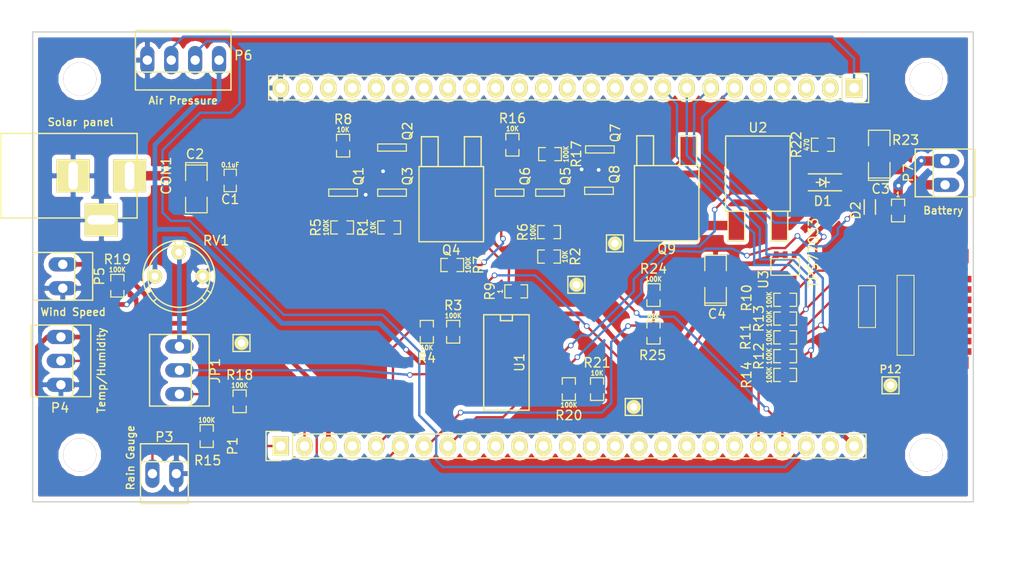
<source format=kicad_pcb>
(kicad_pcb (version 4) (host pcbnew 4.0.3+e1-6302~38~ubuntu16.04.1-stable)
  (layers (0 F.Cu signal) (31 B.Cu signal) (34 B.Paste user) (35 F.Paste user) (36 B.SilkS user) (37 F.SilkS user) (38 B.Mask user) (39 F.Mask user) (44 Edge.Cuts user))
  (net 0 "")
  (net 1 "Net-(C1-Pad1)")
  (net 2 Earth)
  (net 3 "Net-(C3-Pad1)")
  (net 4 +3.3V)
  (net 5 "Net-(D1-Pad2)")
  (net 6 "Net-(D2-Pad1)")
  (net 7 "Net-(JP1-Pad1)")
  (net 8 "Net-(JP1-Pad2)")
  (net 9 PA5)
  (net 10 PA0)
  (net 11 PA1)
  (net 12 PA2)
  (net 13 "Net-(P1-Pad4)")
  (net 14 PA4)
  (net 15 PA6)
  (net 16 PA7)
  (net 17 "Net-(P1-Pad9)")
  (net 18 "Net-(P1-Pad10)")
  (net 19 "Net-(P1-Pad11)")
  (net 20 "Net-(P1-Pad12)")
  (net 21 "Net-(P1-Pad13)")
  (net 22 "Net-(P1-Pad14)")
  (net 23 "Net-(P1-Pad15)")
  (net 24 "Net-(P1-Pad16)")
  (net 25 "Net-(P1-Pad17)")
  (net 26 "Net-(P1-Pad18)")
  (net 27 "Net-(P1-Pad19)")
  (net 28 "Net-(P1-Pad20)")
  (net 29 PB4)
  (net 30 PB5)
  (net 31 PB6)
  (net 32 "Net-(P1-Pad24)")
  (net 33 PB7)
  (net 34 "Net-(P2-Pad2)")
  (net 35 "Net-(P2-Pad3)")
  (net 36 "Net-(P2-Pad4)")
  (net 37 "Net-(P2-Pad5)")
  (net 38 "Net-(P2-Pad10)")
  (net 39 "Net-(P2-Pad11)")
  (net 40 "Net-(P2-Pad12)")
  (net 41 "Net-(P2-Pad13)")
  (net 42 "Net-(P2-Pad14)")
  (net 43 "Net-(P2-Pad15)")
  (net 44 "Net-(P2-Pad16)")
  (net 45 "Net-(P2-Pad17)")
  (net 46 "Net-(P2-Pad18)")
  (net 47 "Net-(P2-Pad19)")
  (net 48 "Net-(P2-Pad20)")
  (net 49 "Net-(P2-Pad21)")
  (net 50 "Net-(P2-Pad22)")
  (net 51 "Net-(P2-Pad23)")
  (net 52 "Net-(P2-Pad24)")
  (net 53 "Net-(Q1-Pad2)")
  (net 54 "Net-(Q1-Pad3)")
  (net 55 "Net-(Q2-Pad1)")
  (net 56 "Net-(Q4-Pad2)")
  (net 57 "Net-(Q5-Pad2)")
  (net 58 "Net-(Q5-Pad3)")
  (net 59 "Net-(Q6-Pad2)")
  (net 60 "Net-(Q7-Pad1)")
  (net 61 "Net-(Q7-Pad2)")
  (net 62 "Net-(Q9-Pad2)")
  (net 63 "Net-(R3-Pad2)")
  (net 64 "Net-(U3-Pad4)")
  (net 65 PB14)
  (net 66 RSRVD)
  (net 67 PB13)
  (net 68 "Net-(J1-Pad1)")
  (net 69 PB12)
  (net 70 PB15)
  (net 71 "Net-(R20-Pad2)")
  (net 72 "Net-(R22-Pad1)")
  (module WeatherStation:SM0603_Capa (layer F.Cu) (at 81 70.8 270)
    (fp_text reference C1 (at 2 0 360) (layer F.SilkS))
    (fp_text value 0.1uF (at -1.651 0 360) (layer F.SilkS) (effects (font (size 0.508 0.4572) (thickness 0.1143))))
    (pad 1 smd rect (at -0.762 0 270) (size 0.635 1.143) (layers F.Cu F.Paste F.Mask) (net 1 "Net-(C1-Pad1)"))
    (pad 2 smd rect (at 0.762 0 270) (size 0.635 1.143) (layers F.Cu F.Paste F.Mask) (net 2 Earth))
  )
  (module WeatherStation:SM1206POL (layer F.Cu) (at 77.4 71.7 270)
    (fp_text reference C2 (at -3.7 0.15 360) (layer F.SilkS))
    (fp_text value 100uF hide)
    (pad 1 smd rect (at -1.651 0 270) (size 1.524 2.032) (layers F.Cu F.Paste F.Mask) (net 1 "Net-(C1-Pad1)"))
    (pad 2 smd rect (at 1.651 0 270) (size 1.524 2.032) (layers F.Cu F.Paste F.Mask) (net 2 Earth))
  )
  (module WeatherStation:SM1206POL (layer F.Cu) (at 150 68 90)
    (fp_text reference C3 (at -3.7 0.15 180) (layer F.SilkS))
    (fp_text value 100uF hide)
    (pad 1 smd rect (at -1.651 0 90) (size 1.524 2.032) (layers F.Cu F.Paste F.Mask) (net 3 "Net-(C3-Pad1)"))
    (pad 2 smd rect (at 1.651 0 90) (size 1.524 2.032) (layers F.Cu F.Paste F.Mask) (net 2 Earth))
  )
  (module WeatherStation:SM1206POL (layer F.Cu) (at 132.6 81.3 90)
    (fp_text reference C4 (at -3.7 0.15 180) (layer F.SilkS))
    (fp_text value 10uF hide)
    (pad 1 smd rect (at -1.651 0 90) (size 1.524 2.032) (layers F.Cu F.Paste F.Mask) (net 4 +3.3V))
    (pad 2 smd rect (at 1.651 0 90) (size 1.524 2.032) (layers F.Cu F.Paste F.Mask) (net 2 Earth))
  )
  (module WeatherStation:BARREL_JACK (layer F.Cu) (at 64.1 70.3)
    (fp_text reference CON1 (at 10.09904 0 90) (layer F.SilkS))
    (fp_text value "Solar Panel")
    (pad 1 thru_hole rect (at 6.20014 0) (size 3.50012 3.50012) (drill oval 1.00076 2.99974) (layers *.Cu *.Mask F.SilkS) (net 1 "Net-(C1-Pad1)"))
    (pad 2 thru_hole rect (at 0.20066 0) (size 3.50012 3.50012) (drill oval 1.00076 2.99974) (layers *.Cu *.Mask F.SilkS) (net 2 Earth))
    (pad 3 thru_hole rect (at 3.2004 4.699) (size 3.50012 3.50012) (drill oval 2.99974 1.00076) (layers *.Cu *.Mask F.SilkS) (net 2 Earth))
  )
  (module WeatherStation:SOD-123 (layer F.Cu) (at 144 71 180)
    (fp_text reference D1 (at 0 -2 180) (layer F.SilkS))
    (fp_text value MBR0520LT1G)
    (pad 1 smd rect (at -1.635 0 180) (size 0.91 1.22) (layers F.Cu F.Paste F.Mask) (net 3 "Net-(C3-Pad1)"))
    (pad 2 smd rect (at 1.635 0 180) (size 0.91 1.22) (layers F.Cu F.Paste F.Mask) (net 5 "Net-(D1-Pad2)"))
  )
  (module WeatherStation:SOD-523 (layer F.Cu) (at 149 74 90)
    (fp_text reference D2 (at 0 -1.5 90) (layer F.SilkS))
    (fp_text value 1N4148)
    (pad 2 smd rect (at -0.7 0 90) (size 0.6 0.7) (layers F.Cu F.Paste F.Mask) (net 2 Earth))
    (pad 1 smd rect (at 0.7 0 90) (size 0.6 0.7) (layers F.Cu F.Paste F.Mask) (net 6 "Net-(D2-Pad1)"))
  )
  (module WeatherStation:PINHEAD1-3 (layer F.Cu) (at 75.6 91 270)
    (fp_text reference JP1 (at 0.05 -3.8 270) (layer F.SilkS))
    (fp_text value JUMPER3)
    (pad 1 thru_hole oval (at -2.54 0 270) (size 1.50622 3.01498) (drill 0.99822) (layers *.Cu *.Mask) (net 7 "Net-(JP1-Pad1)"))
    (pad 2 thru_hole oval (at 0 0 270) (size 1.50622 3.01498) (drill 0.99822) (layers *.Cu *.Mask) (net 8 "Net-(JP1-Pad2)"))
    (pad 3 thru_hole oval (at 2.54 0 270) (size 1.50622 3.01498) (drill 0.99822) (layers *.Cu *.Mask) (net 9 PA5))
  )
  (module WeatherStation:Pin_Header_Straight_1x25 (layer F.Cu) (at 86.36 99.06 90)
    (fp_text reference P1 (at 0 -5.1 90) (layer F.SilkS))
    (fp_text value CONN_01X25)
    (pad 1 thru_hole rect (at 0 0 90) (size 2.032 1.7272) (drill 1.016) (layers *.Cu *.Mask F.SilkS) (net 10 PA0))
    (pad 2 thru_hole oval (at 0 2.54 90) (size 2.032 1.7272) (drill 1.016) (layers *.Cu *.Mask F.SilkS) (net 11 PA1))
    (pad 3 thru_hole oval (at 0 5.08 90) (size 2.032 1.7272) (drill 1.016) (layers *.Cu *.Mask F.SilkS) (net 12 PA2))
    (pad 4 thru_hole oval (at 0 7.62 90) (size 2.032 1.7272) (drill 1.016) (layers *.Cu *.Mask F.SilkS) (net 13 "Net-(P1-Pad4)"))
    (pad 5 thru_hole oval (at 0 10.16 90) (size 2.032 1.7272) (drill 1.016) (layers *.Cu *.Mask F.SilkS) (net 14 PA4))
    (pad 6 thru_hole oval (at 0 12.7 90) (size 2.032 1.7272) (drill 1.016) (layers *.Cu *.Mask F.SilkS) (net 9 PA5))
    (pad 7 thru_hole oval (at 0 15.24 90) (size 2.032 1.7272) (drill 1.016) (layers *.Cu *.Mask F.SilkS) (net 15 PA6))
    (pad 8 thru_hole oval (at 0 17.78 90) (size 2.032 1.7272) (drill 1.016) (layers *.Cu *.Mask F.SilkS) (net 16 PA7))
    (pad 9 thru_hole oval (at 0 20.32 90) (size 2.032 1.7272) (drill 1.016) (layers *.Cu *.Mask F.SilkS) (net 17 "Net-(P1-Pad9)"))
    (pad 10 thru_hole oval (at 0 22.86 90) (size 2.032 1.7272) (drill 1.016) (layers *.Cu *.Mask F.SilkS) (net 18 "Net-(P1-Pad10)"))
    (pad 11 thru_hole oval (at 0 25.4 90) (size 2.032 1.7272) (drill 1.016) (layers *.Cu *.Mask F.SilkS) (net 19 "Net-(P1-Pad11)"))
    (pad 12 thru_hole oval (at 0 27.94 90) (size 2.032 1.7272) (drill 1.016) (layers *.Cu *.Mask F.SilkS) (net 20 "Net-(P1-Pad12)"))
    (pad 13 thru_hole oval (at 0 30.48 90) (size 2.032 1.7272) (drill 1.016) (layers *.Cu *.Mask F.SilkS) (net 21 "Net-(P1-Pad13)"))
    (pad 14 thru_hole oval (at 0 33.02 90) (size 2.032 1.7272) (drill 1.016) (layers *.Cu *.Mask F.SilkS) (net 22 "Net-(P1-Pad14)"))
    (pad 15 thru_hole oval (at 0 35.56 90) (size 2.032 1.7272) (drill 1.016) (layers *.Cu *.Mask F.SilkS) (net 23 "Net-(P1-Pad15)"))
    (pad 16 thru_hole oval (at 0 38.1 90) (size 2.032 1.7272) (drill 1.016) (layers *.Cu *.Mask F.SilkS) (net 24 "Net-(P1-Pad16)"))
    (pad 17 thru_hole oval (at 0 40.64 90) (size 2.032 1.7272) (drill 1.016) (layers *.Cu *.Mask F.SilkS) (net 25 "Net-(P1-Pad17)"))
    (pad 18 thru_hole oval (at 0 43.18 90) (size 2.032 1.7272) (drill 1.016) (layers *.Cu *.Mask F.SilkS) (net 26 "Net-(P1-Pad18)"))
    (pad 19 thru_hole oval (at 0 45.72 90) (size 2.032 1.7272) (drill 1.016) (layers *.Cu *.Mask F.SilkS) (net 27 "Net-(P1-Pad19)"))
    (pad 20 thru_hole oval (at 0 48.26 90) (size 2.032 1.7272) (drill 1.016) (layers *.Cu *.Mask F.SilkS) (net 28 "Net-(P1-Pad20)"))
    (pad 21 thru_hole oval (at 0 50.8 90) (size 2.032 1.7272) (drill 1.016) (layers *.Cu *.Mask F.SilkS) (net 29 PB4))
    (pad 22 thru_hole oval (at 0 53.34 90) (size 2.032 1.7272) (drill 1.016) (layers *.Cu *.Mask F.SilkS) (net 30 PB5))
    (pad 23 thru_hole oval (at 0 55.88 90) (size 2.032 1.7272) (drill 1.016) (layers *.Cu *.Mask F.SilkS) (net 31 PB6))
    (pad 24 thru_hole oval (at 0 58.42 90) (size 2.032 1.7272) (drill 1.016) (layers *.Cu *.Mask F.SilkS) (net 32 "Net-(P1-Pad24)"))
    (pad 25 thru_hole oval (at 0 60.96 90) (size 2.032 1.7272) (drill 1.016) (layers *.Cu *.Mask F.SilkS) (net 4 +3.3V))
  )
  (module WeatherStation:Pin_Header_Straight_1x25 (layer F.Cu) (at 147.32 60.96 270)
    (fp_text reference P2 (at -0.66 -8.78 270) (layer F.SilkS))
    (fp_text value CONN_01X25)
    (pad 1 thru_hole rect (at 0 0 270) (size 2.032 1.7272) (drill 1.016) (layers *.Cu *.Mask F.SilkS) (net 33 PB7))
    (pad 2 thru_hole oval (at 0 2.54 270) (size 2.032 1.7272) (drill 1.016) (layers *.Cu *.Mask F.SilkS) (net 34 "Net-(P2-Pad2)"))
    (pad 3 thru_hole oval (at 0 5.08 270) (size 2.032 1.7272) (drill 1.016) (layers *.Cu *.Mask F.SilkS) (net 35 "Net-(P2-Pad3)"))
    (pad 4 thru_hole oval (at 0 7.62 270) (size 2.032 1.7272) (drill 1.016) (layers *.Cu *.Mask F.SilkS) (net 36 "Net-(P2-Pad4)"))
    (pad 5 thru_hole oval (at 0 10.16 270) (size 2.032 1.7272) (drill 1.016) (layers *.Cu *.Mask F.SilkS) (net 37 "Net-(P2-Pad5)"))
    (pad 6 thru_hole oval (at 0 12.7 270) (size 2.032 1.7272) (drill 1.016) (layers *.Cu *.Mask F.SilkS) (net 69 PB12))
    (pad 7 thru_hole oval (at 0 15.24 270) (size 2.032 1.7272) (drill 1.016) (layers *.Cu *.Mask F.SilkS) (net 67 PB13))
    (pad 8 thru_hole oval (at 0 17.78 270) (size 2.032 1.7272) (drill 1.016) (layers *.Cu *.Mask F.SilkS) (net 65 PB14))
    (pad 9 thru_hole oval (at 0 20.32 270) (size 2.032 1.7272) (drill 1.016) (layers *.Cu *.Mask F.SilkS) (net 70 PB15))
    (pad 10 thru_hole oval (at 0 22.86 270) (size 2.032 1.7272) (drill 1.016) (layers *.Cu *.Mask F.SilkS) (net 38 "Net-(P2-Pad10)"))
    (pad 11 thru_hole oval (at 0 25.4 270) (size 2.032 1.7272) (drill 1.016) (layers *.Cu *.Mask F.SilkS) (net 39 "Net-(P2-Pad11)"))
    (pad 12 thru_hole oval (at 0 27.94 270) (size 2.032 1.7272) (drill 1.016) (layers *.Cu *.Mask F.SilkS) (net 40 "Net-(P2-Pad12)"))
    (pad 13 thru_hole oval (at 0 30.48 270) (size 2.032 1.7272) (drill 1.016) (layers *.Cu *.Mask F.SilkS) (net 41 "Net-(P2-Pad13)"))
    (pad 14 thru_hole oval (at 0 33.02 270) (size 2.032 1.7272) (drill 1.016) (layers *.Cu *.Mask F.SilkS) (net 42 "Net-(P2-Pad14)"))
    (pad 15 thru_hole oval (at 0 35.56 270) (size 2.032 1.7272) (drill 1.016) (layers *.Cu *.Mask F.SilkS) (net 43 "Net-(P2-Pad15)"))
    (pad 16 thru_hole oval (at 0 38.1 270) (size 2.032 1.7272) (drill 1.016) (layers *.Cu *.Mask F.SilkS) (net 44 "Net-(P2-Pad16)"))
    (pad 17 thru_hole oval (at 0 40.64 270) (size 2.032 1.7272) (drill 1.016) (layers *.Cu *.Mask F.SilkS) (net 45 "Net-(P2-Pad17)"))
    (pad 18 thru_hole oval (at 0 43.18 270) (size 2.032 1.7272) (drill 1.016) (layers *.Cu *.Mask F.SilkS) (net 46 "Net-(P2-Pad18)"))
    (pad 19 thru_hole oval (at 0 45.72 270) (size 2.032 1.7272) (drill 1.016) (layers *.Cu *.Mask F.SilkS) (net 47 "Net-(P2-Pad19)"))
    (pad 20 thru_hole oval (at 0 48.26 270) (size 2.032 1.7272) (drill 1.016) (layers *.Cu *.Mask F.SilkS) (net 48 "Net-(P2-Pad20)"))
    (pad 21 thru_hole oval (at 0 50.8 270) (size 2.032 1.7272) (drill 1.016) (layers *.Cu *.Mask F.SilkS) (net 49 "Net-(P2-Pad21)"))
    (pad 22 thru_hole oval (at 0 53.34 270) (size 2.032 1.7272) (drill 1.016) (layers *.Cu *.Mask F.SilkS) (net 50 "Net-(P2-Pad22)"))
    (pad 23 thru_hole oval (at 0 55.88 270) (size 2.032 1.7272) (drill 1.016) (layers *.Cu *.Mask F.SilkS) (net 51 "Net-(P2-Pad23)"))
    (pad 24 thru_hole oval (at 0 58.42 270) (size 2.032 1.7272) (drill 1.016) (layers *.Cu *.Mask F.SilkS) (net 52 "Net-(P2-Pad24)"))
    (pad 25 thru_hole oval (at 0 60.96 270) (size 2.032 1.7272) (drill 1.016) (layers *.Cu *.Mask F.SilkS) (net 2 Earth))
  )
  (module WeatherStation:PINHEAD1-2 (layer F.Cu) (at 74 102)
    (fp_text reference P3 (at 0 -3.9) (layer F.SilkS))
    (fp_text value "Rain Gauge")
    (pad 1 thru_hole oval (at -1.27 0) (size 1.50622 3.01498) (drill 0.99822) (layers *.Cu *.Mask) (net 10 PA0))
    (pad 2 thru_hole oval (at 1.27 0) (size 1.50622 3.01498) (drill 0.99822) (layers *.Cu *.Mask) (net 2 Earth))
  )
  (module WeatherStation:PINHEAD1-3 (layer F.Cu) (at 63 90 270)
    (fp_text reference P4 (at 5 0.1 360) (layer F.SilkS))
    (fp_text value Temperature/Humidity)
    (pad 1 thru_hole oval (at -2.54 0 270) (size 1.50622 3.01498) (drill 0.99822) (layers *.Cu *.Mask) (net 4 +3.3V))
    (pad 2 thru_hole oval (at 0 0 270) (size 1.50622 3.01498) (drill 0.99822) (layers *.Cu *.Mask) (net 11 PA1))
    (pad 3 thru_hole oval (at 2.54 0 270) (size 1.50622 3.01498) (drill 0.99822) (layers *.Cu *.Mask) (net 2 Earth))
  )
  (module WeatherStation:PINHEAD1-2 (layer F.Cu) (at 63.2 81 270)
    (fp_text reference P5 (at 0 -3.9 270) (layer F.SilkS))
    (fp_text value "Wind Speed")
    (pad 1 thru_hole oval (at -1.27 0 270) (size 1.50622 3.01498) (drill 0.99822) (layers *.Cu *.Mask) (net 12 PA2))
    (pad 2 thru_hole oval (at 1.27 0 270) (size 1.50622 3.01498) (drill 0.99822) (layers *.Cu *.Mask) (net 2 Earth))
  )
  (module WeatherStation:PINHEAD1-4 (layer F.Cu) (at 76 58 180)
    (fp_text reference P6 (at -6.4 0.5 180) (layer F.SilkS))
    (fp_text value "Air Pressure")
    (pad 4 thru_hole oval (at 3.81 0 180) (size 1.50622 3.01498) (drill 0.99822) (layers *.Cu *.Mask) (net 2 Earth))
    (pad 1 thru_hole oval (at -3.81 0 180) (size 1.50622 3.01498) (drill 0.99822) (layers *.Cu *.Mask) (net 4 +3.3V))
    (pad 2 thru_hole oval (at -1.27 0 180) (size 1.50622 3.01498) (drill 0.99822) (layers *.Cu *.Mask) (net 31 PB6))
    (pad 3 thru_hole oval (at 1.27 0 180) (size 1.50622 3.01498) (drill 0.99822) (layers *.Cu *.Mask) (net 33 PB7))
  )
  (module WeatherStation:PINHEAD1-2 (layer F.Cu) (at 157 70 90)
    (fp_text reference P7 (at 0 -3.9 90) (layer F.SilkS))
    (fp_text value Battery)
    (pad 1 thru_hole oval (at -1.27 0 90) (size 1.50622 3.01498) (drill 0.99822) (layers *.Cu *.Mask) (net 3 "Net-(C3-Pad1)"))
    (pad 2 thru_hole oval (at 1.27 0 90) (size 1.50622 3.01498) (drill 0.99822) (layers *.Cu *.Mask) (net 6 "Net-(D2-Pad1)"))
  )
  (module WeatherStation:SOT23EBC (layer F.Cu) (at 93 72.1 180)
    (fp_text reference Q1 (at -1.65 1.75 270) (layer F.SilkS))
    (fp_text value MMBT3904 hide)
    (pad 1 smd rect (at -0.889 -1.016 180) (size 0.9144 0.9144) (layers F.Cu F.Paste F.Mask) (net 2 Earth))
    (pad 2 smd rect (at 0.889 -1.016 180) (size 0.9144 0.9144) (layers F.Cu F.Paste F.Mask) (net 53 "Net-(Q1-Pad2)"))
    (pad 3 smd rect (at 0 1.016 180) (size 0.9144 0.9144) (layers F.Cu F.Paste F.Mask) (net 54 "Net-(Q1-Pad3)"))
  )
  (module WeatherStation:SOT23EBC (layer F.Cu) (at 98.2 67.3 180)
    (fp_text reference Q2 (at -1.65 1.75 270) (layer F.SilkS))
    (fp_text value MMBT3904 hide)
    (pad 1 smd rect (at -0.889 -1.016 180) (size 0.9144 0.9144) (layers F.Cu F.Paste F.Mask) (net 55 "Net-(Q2-Pad1)"))
    (pad 2 smd rect (at 0.889 -1.016 180) (size 0.9144 0.9144) (layers F.Cu F.Paste F.Mask) (net 54 "Net-(Q1-Pad3)"))
    (pad 3 smd rect (at 0 1.016 180) (size 0.9144 0.9144) (layers F.Cu F.Paste F.Mask) (net 1 "Net-(C1-Pad1)"))
  )
  (module WeatherStation:SOT23EBC (layer F.Cu) (at 98.2 72.1 180)
    (fp_text reference Q3 (at -1.65 1.75 270) (layer F.SilkS))
    (fp_text value MMBT3906 hide)
    (pad 1 smd rect (at -0.889 -1.016 180) (size 0.9144 0.9144) (layers F.Cu F.Paste F.Mask) (net 55 "Net-(Q2-Pad1)"))
    (pad 2 smd rect (at 0.889 -1.016 180) (size 0.9144 0.9144) (layers F.Cu F.Paste F.Mask) (net 54 "Net-(Q1-Pad3)"))
    (pad 3 smd rect (at 0 1.016 180) (size 0.9144 0.9144) (layers F.Cu F.Paste F.Mask) (net 2 Earth))
  )
  (module WeatherStation:TO-252-2Lead (layer F.Cu) (at 104.5 67.8 180)
    (fp_text reference Q4 (at 0 -10.414 180) (layer F.SilkS))
    (fp_text value SUD45P03-12-GE3)
    (pad 1 smd rect (at -2.286 0 180) (size 1.651 3.048) (layers F.Cu F.Paste F.Mask) (net 55 "Net-(Q2-Pad1)"))
    (pad 2 smd rect (at 0 -6.35 180) (size 6.096 6.096) (layers F.Cu F.Paste F.Mask) (net 56 "Net-(Q4-Pad2)"))
    (pad 3 smd rect (at 2.286 0 180) (size 1.651 3.048) (layers F.Cu F.Paste F.Mask) (net 1 "Net-(C1-Pad1)"))
  )
  (module WeatherStation:SOT23EBC (layer F.Cu) (at 115 72.1 180)
    (fp_text reference Q5 (at -1.65 1.75 270) (layer F.SilkS))
    (fp_text value MMBT3904 hide)
    (pad 1 smd rect (at -0.889 -1.016 180) (size 0.9144 0.9144) (layers F.Cu F.Paste F.Mask) (net 2 Earth))
    (pad 2 smd rect (at 0.889 -1.016 180) (size 0.9144 0.9144) (layers F.Cu F.Paste F.Mask) (net 57 "Net-(Q5-Pad2)"))
    (pad 3 smd rect (at 0 1.016 180) (size 0.9144 0.9144) (layers F.Cu F.Paste F.Mask) (net 58 "Net-(Q5-Pad3)"))
  )
  (module WeatherStation:SOT23EBC (layer F.Cu) (at 110.7 72.1 180)
    (fp_text reference Q6 (at -1.65 1.75 270) (layer F.SilkS))
    (fp_text value MMBT3904 hide)
    (pad 1 smd rect (at -0.889 -1.016 180) (size 0.9144 0.9144) (layers F.Cu F.Paste F.Mask) (net 2 Earth))
    (pad 2 smd rect (at 0.889 -1.016 180) (size 0.9144 0.9144) (layers F.Cu F.Paste F.Mask) (net 59 "Net-(Q6-Pad2)"))
    (pad 3 smd rect (at 0 1.016 180) (size 0.9144 0.9144) (layers F.Cu F.Paste F.Mask) (net 58 "Net-(Q5-Pad3)"))
  )
  (module WeatherStation:SOT23EBC (layer F.Cu) (at 120.3 67.5 180)
    (fp_text reference Q7 (at -1.65 1.75 270) (layer F.SilkS))
    (fp_text value MMBT3904 hide)
    (pad 1 smd rect (at -0.889 -1.016 180) (size 0.9144 0.9144) (layers F.Cu F.Paste F.Mask) (net 60 "Net-(Q7-Pad1)"))
    (pad 2 smd rect (at 0.889 -1.016 180) (size 0.9144 0.9144) (layers F.Cu F.Paste F.Mask) (net 61 "Net-(Q7-Pad2)"))
    (pad 3 smd rect (at 0 1.016 180) (size 0.9144 0.9144) (layers F.Cu F.Paste F.Mask) (net 1 "Net-(C1-Pad1)"))
  )
  (module WeatherStation:SOT23EBC (layer F.Cu) (at 120.2 71.9 180)
    (fp_text reference Q8 (at -1.65 1.75 270) (layer F.SilkS))
    (fp_text value MMBT3906 hide)
    (pad 1 smd rect (at -0.889 -1.016 180) (size 0.9144 0.9144) (layers F.Cu F.Paste F.Mask) (net 60 "Net-(Q7-Pad1)"))
    (pad 2 smd rect (at 0.889 -1.016 180) (size 0.9144 0.9144) (layers F.Cu F.Paste F.Mask) (net 61 "Net-(Q7-Pad2)"))
    (pad 3 smd rect (at 0 1.016 180) (size 0.9144 0.9144) (layers F.Cu F.Paste F.Mask) (net 2 Earth))
  )
  (module WeatherStation:TO-252-2Lead (layer F.Cu) (at 127.4 67.7 180)
    (fp_text reference Q9 (at 0 -10.414 180) (layer F.SilkS))
    (fp_text value SUD45P03-12-GE3)
    (pad 1 smd rect (at -2.286 0 180) (size 1.651 3.048) (layers F.Cu F.Paste F.Mask) (net 60 "Net-(Q7-Pad1)"))
    (pad 2 smd rect (at 0 -6.35 180) (size 6.096 6.096) (layers F.Cu F.Paste F.Mask) (net 62 "Net-(Q9-Pad2)"))
    (pad 3 smd rect (at 2.286 0 180) (size 1.651 3.048) (layers F.Cu F.Paste F.Mask) (net 1 "Net-(C1-Pad1)"))
  )
  (module WeatherStation:SM0603_Resistor (layer F.Cu) (at 97.9 75.8)
    (fp_text reference R1 (at -2.8 0 90) (layer F.SilkS))
    (fp_text value 10K (at -1.69926 0 90) (layer F.SilkS) (effects (font (size 0.508 0.4572) (thickness 0.1143))))
    (pad 1 smd rect (at -0.762 0) (size 0.635 1.143) (layers F.Cu F.Paste F.Mask) (net 29 PB4))
    (pad 2 smd rect (at 0.762 0) (size 0.635 1.143) (layers F.Cu F.Paste F.Mask) (net 2 Earth))
  )
  (module WeatherStation:SM0603_Resistor (layer F.Cu) (at 114.9 78.9 180)
    (fp_text reference R2 (at -2.8 0 270) (layer F.SilkS))
    (fp_text value 10K (at -1.69926 0 270) (layer F.SilkS) (effects (font (size 0.508 0.4572) (thickness 0.1143))))
    (pad 1 smd rect (at -0.762 0 180) (size 0.635 1.143) (layers F.Cu F.Paste F.Mask) (net 30 PB5))
    (pad 2 smd rect (at 0.762 0 180) (size 0.635 1.143) (layers F.Cu F.Paste F.Mask) (net 2 Earth))
  )
  (module WeatherStation:SM0603_Resistor (layer F.Cu) (at 104.7 86.9 270)
    (fp_text reference R3 (at -2.8 0 360) (layer F.SilkS))
    (fp_text value 100K (at -1.69926 0 360) (layer F.SilkS) (effects (font (size 0.508 0.4572) (thickness 0.1143))))
    (pad 1 smd rect (at -0.762 0 270) (size 0.635 1.143) (layers F.Cu F.Paste F.Mask) (net 14 PA4))
    (pad 2 smd rect (at 0.762 0 270) (size 0.635 1.143) (layers F.Cu F.Paste F.Mask) (net 63 "Net-(R3-Pad2)"))
  )
  (module WeatherStation:SM0603_Resistor (layer F.Cu) (at 101.9 86.9 90)
    (fp_text reference R4 (at -2.8 0 180) (layer F.SilkS))
    (fp_text value 10K (at -1.69926 0 180) (layer F.SilkS) (effects (font (size 0.508 0.4572) (thickness 0.1143))))
    (pad 1 smd rect (at -0.762 0 90) (size 0.635 1.143) (layers F.Cu F.Paste F.Mask) (net 63 "Net-(R3-Pad2)"))
    (pad 2 smd rect (at 0.762 0 90) (size 0.635 1.143) (layers F.Cu F.Paste F.Mask) (net 2 Earth))
  )
  (module WeatherStation:SM0603_Resistor (layer F.Cu) (at 92.9 75.8)
    (fp_text reference R5 (at -2.8 0 90) (layer F.SilkS))
    (fp_text value 100K (at -1.69926 0 90) (layer F.SilkS) (effects (font (size 0.508 0.4572) (thickness 0.1143))))
    (pad 1 smd rect (at -0.762 0) (size 0.635 1.143) (layers F.Cu F.Paste F.Mask) (net 53 "Net-(Q1-Pad2)"))
    (pad 2 smd rect (at 0.762 0) (size 0.635 1.143) (layers F.Cu F.Paste F.Mask) (net 29 PB4))
  )
  (module WeatherStation:SM0603_Resistor (layer F.Cu) (at 114.9 76.3)
    (fp_text reference R6 (at -2.8 0 90) (layer F.SilkS))
    (fp_text value 100K (at -1.69926 0 90) (layer F.SilkS) (effects (font (size 0.508 0.4572) (thickness 0.1143))))
    (pad 1 smd rect (at -0.762 0) (size 0.635 1.143) (layers F.Cu F.Paste F.Mask) (net 57 "Net-(Q5-Pad2)"))
    (pad 2 smd rect (at 0.762 0) (size 0.635 1.143) (layers F.Cu F.Paste F.Mask) (net 30 PB5))
  )
  (module WeatherStation:SM0603_Resistor (layer F.Cu) (at 104.6 79.8 180)
    (fp_text reference R7 (at -2.8 0 270) (layer F.SilkS))
    (fp_text value 100K (at -1.69926 0 270) (layer F.SilkS) (effects (font (size 0.508 0.4572) (thickness 0.1143))))
    (pad 1 smd rect (at -0.762 0 180) (size 0.635 1.143) (layers F.Cu F.Paste F.Mask) (net 59 "Net-(Q6-Pad2)"))
    (pad 2 smd rect (at 0.762 0 180) (size 0.635 1.143) (layers F.Cu F.Paste F.Mask) (net 29 PB4))
  )
  (module WeatherStation:SM0603_Resistor (layer F.Cu) (at 93 67.1 270)
    (fp_text reference R8 (at -2.8 0 360) (layer F.SilkS))
    (fp_text value 10K (at -1.69926 0 360) (layer F.SilkS) (effects (font (size 0.508 0.4572) (thickness 0.1143))))
    (pad 1 smd rect (at -0.762 0 270) (size 0.635 1.143) (layers F.Cu F.Paste F.Mask) (net 1 "Net-(C1-Pad1)"))
    (pad 2 smd rect (at 0.762 0 270) (size 0.635 1.143) (layers F.Cu F.Paste F.Mask) (net 54 "Net-(Q1-Pad3)"))
  )
  (module WeatherStation:SM0603_Resistor (layer F.Cu) (at 111.4 82.6)
    (fp_text reference R9 (at -2.8 0 90) (layer F.SilkS))
    (fp_text value 1 (at -1.69926 0 90) (layer F.SilkS) (effects (font (size 0.508 0.4572) (thickness 0.1143))))
    (pad 1 smd rect (at -0.762 0) (size 0.635 1.143) (layers F.Cu F.Paste F.Mask) (net 56 "Net-(Q4-Pad2)"))
    (pad 2 smd rect (at 0.762 0) (size 0.635 1.143) (layers F.Cu F.Paste F.Mask) (net 2 Earth))
  )
  (module WeatherStation:SM0603_Resistor (layer F.Cu) (at 140 83.5)
    (fp_text reference R10 (at -4.1 -0.2 90) (layer F.SilkS))
    (fp_text value 100K (at -1.69926 0 90) (layer F.SilkS) (effects (font (size 0.508 0.4572) (thickness 0.1143))))
    (pad 1 smd rect (at -0.762 0) (size 0.635 1.143) (layers F.Cu F.Paste F.Mask) (net 4 +3.3V))
    (pad 2 smd rect (at 0.762 0) (size 0.635 1.143) (layers F.Cu F.Paste F.Mask) (net 69 PB12))
  )
  (module WeatherStation:SM0603_Resistor (layer F.Cu) (at 140 87.5)
    (fp_text reference R11 (at -4.2 -0.1 90) (layer F.SilkS))
    (fp_text value 100K (at -1.69926 0 90) (layer F.SilkS) (effects (font (size 0.508 0.4572) (thickness 0.1143))))
    (pad 1 smd rect (at -0.762 0) (size 0.635 1.143) (layers F.Cu F.Paste F.Mask) (net 4 +3.3V))
    (pad 2 smd rect (at 0.762 0) (size 0.635 1.143) (layers F.Cu F.Paste F.Mask) (net 67 PB13))
  )
  (module WeatherStation:SM0603_Resistor (layer F.Cu) (at 140 89.5)
    (fp_text reference R12 (at -2.8 0 90) (layer F.SilkS))
    (fp_text value 100K (at -1.69926 0 90) (layer F.SilkS) (effects (font (size 0.508 0.4572) (thickness 0.1143))))
    (pad 1 smd rect (at -0.762 0) (size 0.635 1.143) (layers F.Cu F.Paste F.Mask) (net 4 +3.3V))
    (pad 2 smd rect (at 0.762 0) (size 0.635 1.143) (layers F.Cu F.Paste F.Mask) (net 65 PB14))
  )
  (module WeatherStation:SM0603_Resistor (layer F.Cu) (at 140 85.5)
    (fp_text reference R13 (at -2.8 0 90) (layer F.SilkS))
    (fp_text value 100K (at -1.69926 0 90) (layer F.SilkS) (effects (font (size 0.508 0.4572) (thickness 0.1143))))
    (pad 1 smd rect (at -0.762 0) (size 0.635 1.143) (layers F.Cu F.Paste F.Mask) (net 4 +3.3V))
    (pad 2 smd rect (at 0.762 0) (size 0.635 1.143) (layers F.Cu F.Paste F.Mask) (net 70 PB15))
  )
  (module WeatherStation:SM0603_Resistor (layer F.Cu) (at 140 91.5)
    (fp_text reference R14 (at -4.1 0 90) (layer F.SilkS))
    (fp_text value 100K (at -1.69926 0 90) (layer F.SilkS) (effects (font (size 0.508 0.4572) (thickness 0.1143))))
    (pad 1 smd rect (at -0.762 0) (size 0.635 1.143) (layers F.Cu F.Paste F.Mask) (net 4 +3.3V))
    (pad 2 smd rect (at 0.762 0) (size 0.635 1.143) (layers F.Cu F.Paste F.Mask) (net 66 RSRVD))
  )
  (module WeatherStation:SM0603_Resistor (layer F.Cu) (at 78.5 98 270)
    (fp_text reference R15 (at 2.6 -0.1 360) (layer F.SilkS))
    (fp_text value 100K (at -1.69926 0 360) (layer F.SilkS) (effects (font (size 0.508 0.4572) (thickness 0.1143))))
    (pad 1 smd rect (at -0.762 0 270) (size 0.635 1.143) (layers F.Cu F.Paste F.Mask) (net 4 +3.3V))
    (pad 2 smd rect (at 0.762 0 270) (size 0.635 1.143) (layers F.Cu F.Paste F.Mask) (net 10 PA0))
  )
  (module WeatherStation:SM0603_Resistor (layer F.Cu) (at 111 67 270)
    (fp_text reference R16 (at -2.8 0 360) (layer F.SilkS))
    (fp_text value 10K (at -1.69926 0 360) (layer F.SilkS) (effects (font (size 0.508 0.4572) (thickness 0.1143))))
    (pad 1 smd rect (at -0.762 0 270) (size 0.635 1.143) (layers F.Cu F.Paste F.Mask) (net 1 "Net-(C1-Pad1)"))
    (pad 2 smd rect (at 0.762 0 270) (size 0.635 1.143) (layers F.Cu F.Paste F.Mask) (net 58 "Net-(Q5-Pad3)"))
  )
  (module WeatherStation:SM0603_Resistor (layer F.Cu) (at 115 68 180)
    (fp_text reference R17 (at -2.8 0 270) (layer F.SilkS))
    (fp_text value 100K (at -1.69926 0 270) (layer F.SilkS) (effects (font (size 0.508 0.4572) (thickness 0.1143))))
    (pad 1 smd rect (at -0.762 0 180) (size 0.635 1.143) (layers F.Cu F.Paste F.Mask) (net 61 "Net-(Q7-Pad2)"))
    (pad 2 smd rect (at 0.762 0 180) (size 0.635 1.143) (layers F.Cu F.Paste F.Mask) (net 58 "Net-(Q5-Pad3)"))
  )
  (module WeatherStation:SM0603_Resistor (layer F.Cu) (at 82 94.3 270)
    (fp_text reference R18 (at -2.8 0 360) (layer F.SilkS))
    (fp_text value 100K (at -1.69926 0 360) (layer F.SilkS) (effects (font (size 0.508 0.4572) (thickness 0.1143))))
    (pad 1 smd rect (at -0.762 0 270) (size 0.635 1.143) (layers F.Cu F.Paste F.Mask) (net 9 PA5))
    (pad 2 smd rect (at 0.762 0 270) (size 0.635 1.143) (layers F.Cu F.Paste F.Mask) (net 2 Earth))
  )
  (module WeatherStation:SM0603_Resistor (layer F.Cu) (at 69 82 270)
    (fp_text reference R19 (at -2.8 0 360) (layer F.SilkS))
    (fp_text value 100K (at -1.69926 0 360) (layer F.SilkS) (effects (font (size 0.508 0.4572) (thickness 0.1143))))
    (pad 1 smd rect (at -0.762 0 270) (size 0.635 1.143) (layers F.Cu F.Paste F.Mask) (net 12 PA2))
    (pad 2 smd rect (at 0.762 0 270) (size 0.635 1.143) (layers F.Cu F.Paste F.Mask) (net 4 +3.3V))
  )
  (module WeatherStation:SM0603_Resistor (layer F.Cu) (at 117 93 90)
    (fp_text reference R20 (at -2.8 0 180) (layer F.SilkS))
    (fp_text value 100K (at -1.69926 0 180) (layer F.SilkS) (effects (font (size 0.508 0.4572) (thickness 0.1143))))
    (pad 1 smd rect (at -0.762 0 90) (size 0.635 1.143) (layers F.Cu F.Paste F.Mask) (net 16 PA7))
    (pad 2 smd rect (at 0.762 0 90) (size 0.635 1.143) (layers F.Cu F.Paste F.Mask) (net 71 "Net-(R20-Pad2)"))
  )
  (module WeatherStation:TO-252-2Lead (layer F.Cu) (at 137.1 75.6)
    (fp_text reference U2 (at 0 -10.414) (layer F.SilkS))
    (fp_text value 78M05)
    (pad 1 smd rect (at -2.286 0) (size 1.651 3.048) (layers F.Cu F.Paste F.Mask) (net 62 "Net-(Q9-Pad2)"))
    (pad 2 smd rect (at 0 -6.35) (size 6.096 6.096) (layers F.Cu F.Paste F.Mask) (net 72 "Net-(R22-Pad1)"))
    (pad 3 smd rect (at 2.286 0) (size 1.651 3.048) (layers F.Cu F.Paste F.Mask) (net 5 "Net-(D1-Pad2)"))
  )
  (module WeatherStation:SOT23-5 (layer F.Cu) (at 140 80 180)
    (fp_text reference U3 (at 2.31 -1.34 270) (layer F.SilkS))
    (fp_text value TPS77033 (at -3 1.5 270) (layer F.SilkS))
    (pad 1 smd rect (at -0.9525 1.27 180) (size 0.508 0.762) (layers F.Cu F.Paste F.Mask) (net 3 "Net-(C3-Pad1)"))
    (pad 3 smd rect (at 0.9525 1.27 180) (size 0.508 0.762) (layers F.Cu F.Paste F.Mask) (net 2 Earth))
    (pad 5 smd rect (at -0.9525 -1.27 180) (size 0.508 0.762) (layers F.Cu F.Paste F.Mask) (net 4 +3.3V))
    (pad 2 smd rect (at 0 1.27 180) (size 0.508 0.762) (layers F.Cu F.Paste F.Mask) (net 2 Earth))
    (pad 4 smd rect (at 0.9525 -1.27 180) (size 0.508 0.762) (layers F.Cu F.Paste F.Mask) (net 64 "Net-(U3-Pad4)"))
  )
  (module Potentiometers:Potentiometer_Bourns_3339P_Angular_ScrewUp (layer F.Cu) (at 73 81)
    (fp_text reference RV1 (at 6.5 -3.8) (layer F.SilkS))
    (fp_text value 100K)
    (pad 2 thru_hole circle (at 2.54 -2.54) (size 1.524 1.524) (drill 0.762) (layers *.Cu *.Mask F.SilkS) (net 7 "Net-(JP1-Pad1)"))
    (pad 1 thru_hole circle (at 0 0) (size 1.524 1.524) (drill 0.762) (layers *.Cu *.Mask F.SilkS) (net 4 +3.3V))
    (pad 3 thru_hole circle (at 5.08 0) (size 1.524 1.524) (drill 0.762) (layers *.Cu *.Mask F.SilkS) (net 2 Earth))
  )
  (module WeatherStation:MountingHole_3-5mm (layer F.Cu) (at 65 100)
    (fp_text reference "" (at 0 -4.50088) (layer F.SilkS))
    (fp_text value MountingHole_3-5mm)
    (pad 1 thru_hole circle (at 0 0) (size 3.5 3.5) (drill 3.5) (layers))
  )
  (module WeatherStation:MountingHole_3-5mm (layer F.Cu) (at 155 100)
    (fp_text reference "" (at 0 -4.50088) (layer F.SilkS))
    (fp_text value MountingHole_3-5mm)
    (pad 1 thru_hole circle (at 0 0) (size 3.5 3.5) (drill 3.5) (layers))
  )
  (module WeatherStation:MountingHole_3-5mm (layer F.Cu) (at 155 60)
    (fp_text reference "" (at 0 -4.50088) (layer F.SilkS))
    (fp_text value MountingHole_3-5mm)
    (pad 1 thru_hole circle (at 0 0) (size 3.5 3.5) (drill 3.5) (layers))
  )
  (module WeatherStation:MountingHole_3-5mm (layer F.Cu) (at 65 60)
    (fp_text reference "" (at 0 -4.50088) (layer F.SilkS))
    (fp_text value MountingHole_3-5mm)
    (pad 1 thru_hole circle (at 0 0) (size 3.5 3.5) (drill 3.5) (layers))
  )
  (module WeatherStation:SM0603_Resistor (layer F.Cu) (at 120 93 270)
    (fp_text reference R21 (at -2.8 0 360) (layer F.SilkS))
    (fp_text value 10K (at -1.69926 0 360) (layer F.SilkS) (effects (font (size 0.508 0.4572) (thickness 0.1143))))
    (pad 1 smd rect (at -0.762 0 270) (size 0.635 1.143) (layers F.Cu F.Paste F.Mask) (net 71 "Net-(R20-Pad2)"))
    (pad 2 smd rect (at 0.762 0 270) (size 0.635 1.143) (layers F.Cu F.Paste F.Mask) (net 2 Earth))
  )
  (module WeatherStation:SM0603_Resistor (layer F.Cu) (at 144 67)
    (fp_text reference R22 (at -2.8 0 90) (layer F.SilkS))
    (fp_text value 470 (at -1.69926 0 90) (layer F.SilkS) (effects (font (size 0.508 0.4572) (thickness 0.1143))))
    (pad 1 smd rect (at -0.762 0) (size 0.635 1.143) (layers F.Cu F.Paste F.Mask) (net 72 "Net-(R22-Pad1)"))
    (pad 2 smd rect (at 0.762 0) (size 0.635 1.143) (layers F.Cu F.Paste F.Mask) (net 2 Earth))
  )
  (module WeatherStation:SM0603_Resistor (layer F.Cu) (at 152 74 270)
    (fp_text reference R23 (at -7.5 -0.8 360) (layer F.SilkS))
    (fp_text value 1 (at -1.69926 0 360) (layer F.SilkS) (effects (font (size 0.508 0.4572) (thickness 0.1143))))
    (pad 1 smd rect (at -0.762 0 270) (size 0.635 1.143) (layers F.Cu F.Paste F.Mask) (net 6 "Net-(D2-Pad1)"))
    (pad 2 smd rect (at 0.762 0 270) (size 0.635 1.143) (layers F.Cu F.Paste F.Mask) (net 2 Earth))
  )
  (module WeatherStation:SM0603_Resistor (layer F.Cu) (at 126 83 270)
    (fp_text reference R24 (at -2.8 0 360) (layer F.SilkS))
    (fp_text value 100K (at -1.69926 0 360) (layer F.SilkS) (effects (font (size 0.508 0.4572) (thickness 0.1143))))
    (pad 1 smd rect (at -0.762 0 270) (size 0.635 1.143) (layers F.Cu F.Paste F.Mask) (net 3 "Net-(C3-Pad1)"))
    (pad 2 smd rect (at 0.762 0 270) (size 0.635 1.143) (layers F.Cu F.Paste F.Mask) (net 15 PA6))
  )
  (module WeatherStation:SM0603_Resistor (layer F.Cu) (at 126 87 270)
    (fp_text reference R25 (at 2.4 0.1 360) (layer F.SilkS))
    (fp_text value 68K (at -1.69926 0 360) (layer F.SilkS) (effects (font (size 0.508 0.4572) (thickness 0.1143))))
    (pad 1 smd rect (at -0.762 0 270) (size 0.635 1.143) (layers F.Cu F.Paste F.Mask) (net 15 PA6))
    (pad 2 smd rect (at 0.762 0 270) (size 0.635 1.143) (layers F.Cu F.Paste F.Mask) (net 2 Earth))
  )
  (module WeatherStation:SIL-1 (layer F.Cu) (at 121.9 77.5)
    (fp_text reference "" (at 0 -1.7) (layer F.SilkS) (effects (font (size 0.8 0.8))))
    (fp_text value CONN_01X01 hide)
    (pad 1 thru_hole circle (at 0 0) (size 1.5 1.5) (drill 0.8) (layers *.Cu *.Mask F.SilkS) (net 2 Earth))
  )
  (module WeatherStation:SIL-1 (layer F.Cu) (at 117.8 81.9)
    (fp_text reference "" (at 0 -1.7) (layer F.SilkS) (effects (font (size 0.8 0.8))))
    (fp_text value CONN_01X01 hide)
    (pad 1 thru_hole circle (at 0 0) (size 1.5 1.5) (drill 0.8) (layers *.Cu *.Mask F.SilkS) (net 2 Earth))
  )
  (module WeatherStation:SIL-1 (layer F.Cu) (at 82.2 88.1)
    (fp_text reference "" (at 0 -1.7) (layer F.SilkS) (effects (font (size 0.8 0.8))))
    (fp_text value CONN_01X01 hide)
    (pad 1 thru_hole circle (at 0 0) (size 1.5 1.5) (drill 0.8) (layers *.Cu *.Mask F.SilkS) (net 2 Earth))
  )
  (module WeatherStation:SIL-1 (layer F.Cu) (at 123.9 94.9)
    (fp_text reference "" (at 0 -1.7) (layer F.SilkS) (effects (font (size 0.8 0.8))))
    (fp_text value CONN_01X01 hide)
    (pad 1 thru_hole circle (at 0 0) (size 1.5 1.5) (drill 0.8) (layers *.Cu *.Mask F.SilkS) (net 2 Earth))
  )
  (module WeatherStation:SIL-1 (layer F.Cu) (at 151.2 92.6)
    (fp_text reference P12 (at 0 -1.7) (layer F.SilkS) (effects (font (size 0.8 0.8))))
    (fp_text value CONN_01X01 hide)
    (pad 1 thru_hole circle (at 0 0) (size 1.5 1.5) (drill 0.8) (layers *.Cu *.Mask F.SilkS) (net 2 Earth))
  )
  (module WeatherStation:Conn_uSDcard_Amph_114_00841_68 (layer F.Cu) (at 157.8 84.5 90)
    (fp_text reference J1)
    (fp_text value MicroSD hide)
    (pad 11 smd rect (at -5.7 -8.15 90) (size 1.45 1) (layers F.Cu F.Paste F.Mask))
    (pad SHLD smd rect (at -6 -6.65 90) (size 0.8 1.5) (layers F.Cu F.Paste F.Mask) (net 2 Earth))
    (pad 12 smd rect (at 5.6 -9.725 90) (size 1 1.55) (layers F.Cu F.Paste F.Mask))
    (pad SHLD smd rect (at -5.7 0.95 90) (size 1.3 1.5) (layers F.Cu F.Paste F.Mask) (net 2 Earth))
    (pad SHLD smd rect (at 5.65 0.95 90) (size 1.5 1.5) (layers F.Cu F.Paste F.Mask) (net 2 Earth))
    (pad SHLD smd rect (at 6 -7.3 90) (size 0.8 1.4) (layers F.Cu F.Paste F.Mask) (net 2 Earth))
    (pad 7 smd rect (at -3.4 1.1 90) (size 0.7 1.8) (layers F.Cu F.Paste F.Mask) (net 65 PB14))
    (pad 8 smd rect (at -4.5 1.1 90) (size 0.7 1.8) (layers F.Cu F.Paste F.Mask) (net 66 RSRVD))
    (pad 6 smd rect (at -2.3 1.1 90) (size 0.7 1.8) (layers F.Cu F.Paste F.Mask) (net 2 Earth))
    (pad 5 smd rect (at -1.2 1.1 90) (size 0.7 1.8) (layers F.Cu F.Paste F.Mask) (net 67 PB13))
    (pad 4 smd rect (at -0.1 1.1 90) (size 0.7 1.8) (layers F.Cu F.Paste F.Mask) (net 4 +3.3V))
    (pad 1 smd rect (at 3.2 1.1 90) (size 0.7 1.8) (layers F.Cu F.Paste F.Mask) (net 68 "Net-(J1-Pad1)"))
    (pad 2 smd rect (at 2.1 1.1 90) (size 0.7 1.8) (layers F.Cu F.Paste F.Mask) (net 69 PB12))
    (pad 3 smd rect (at 1 1.1 90) (size 0.7 1.8) (layers F.Cu F.Paste F.Mask) (net 70 PB15))
  )
  (module WeatherStation:SOIC-14_N (layer F.Cu) (at 110.49 90.17 270)
    (fp_text reference U1 (at 0 -1.27 270) (layer F.SilkS))
    (fp_text value LMV324)
    (pad 1 smd rect (at -3.81 3.302 270) (size 0.508 1.143) (layers F.Cu F.Paste F.Mask) (net 14 PA4))
    (pad 2 smd rect (at -2.54 3.302 270) (size 0.508 1.143) (layers F.Cu F.Paste F.Mask) (net 63 "Net-(R3-Pad2)"))
    (pad 3 smd rect (at -1.27 3.302 270) (size 0.508 1.143) (layers F.Cu F.Paste F.Mask) (net 56 "Net-(Q4-Pad2)"))
    (pad 4 smd rect (at 0 3.302 270) (size 0.508 1.143) (layers F.Cu F.Paste F.Mask) (net 4 +3.3V))
    (pad 5 smd rect (at 1.27 3.302 270) (size 0.508 1.143) (layers F.Cu F.Paste F.Mask) (net 8 "Net-(JP1-Pad2)"))
    (pad 6 smd rect (at 2.54 3.302 270) (size 0.508 1.143) (layers F.Cu F.Paste F.Mask) (net 72 "Net-(R22-Pad1)"))
    (pad 7 smd rect (at 3.81 3.302 270) (size 0.508 1.143) (layers F.Cu F.Paste F.Mask) (net 72 "Net-(R22-Pad1)"))
    (pad 8 smd rect (at 3.81 -3.048 270) (size 0.508 1.143) (layers F.Cu F.Paste F.Mask) (net 16 PA7))
    (pad 9 smd rect (at 2.54 -3.048 270) (size 0.508 1.143) (layers F.Cu F.Paste F.Mask) (net 71 "Net-(R20-Pad2)"))
    (pad 11 smd rect (at 0 -3.048 270) (size 0.508 1.143) (layers F.Cu F.Paste F.Mask) (net 2 Earth))
    (pad 12 smd rect (at -1.27 -3.048 270) (size 0.508 1.143) (layers F.Cu F.Paste F.Mask))
    (pad 13 smd rect (at -2.54 -3.048 270) (size 0.508 1.143) (layers F.Cu F.Paste F.Mask))
    (pad 14 smd rect (at -3.81 -3.048 270) (size 0.508 1.143) (layers F.Cu F.Paste F.Mask))
    (pad 10 smd rect (at 1.27 -3.048 270) (size 0.508 1.143) (layers F.Cu F.Paste F.Mask) (net 6 "Net-(D2-Pad1)"))
  )
  (gr_text "Solar panel" (at 65.1 64.6) (layer F.SilkS) (effects (font (size 0.8 0.8))))
  (gr_text "Air Pressure" (at 76 62.3) (layer F.SilkS) (effects (font (size 0.8 0.8))))
  (gr_text Battery (at 156.8 74) (layer F.SilkS) (effects (font (size 0.8 0.8))))
  (gr_text "Rain Gauge" (at 70.4 100.3 90) (layer F.SilkS) (effects (font (size 0.8 0.8))))
  (gr_text Temp/Humidity (at 67.3 91 90) (layer F.SilkS) (effects (font (size 0.8 0.8))))
  (gr_text "Wind Speed" (at 64.3 84.8) (layer F.SilkS) (effects (font (size 0.8 0.8))))
  (gr_line (start 60 105) (end 60 55) (angle 90) (layer Edge.Cuts) (width 0.15))
  (gr_line (start 160 105) (end 60 105) (angle 90) (layer Edge.Cuts) (width 0.15))
  (gr_line (start 160 55) (end 160 105) (angle 90) (layer Edge.Cuts) (width 0.15))
  (gr_line (start 60 55) (end 160 55) (angle 90) (layer Edge.Cuts) (width 0.15))
  (segment (start 98.2 66.284) (end 93.054 66.284) (width 1) (layer F.Cu) (net 1))
  (segment (start 93.054 66.284) (end 92.96 66.19) (width 1) (layer F.Cu) (net 1))
  (segment (start 92.96 66.19) (end 81.259 66.19) (width 1) (layer F.Cu) (net 1))
  (segment (start 81.259 66.19) (end 77.4 70.049) (width 1) (layer F.Cu) (net 1))
  (segment (start 77.4 70.049) (end 80.989 70.049) (width 0.25) (layer F.Cu) (net 1))
  (segment (start 80.989 70.049) (end 81 70.038) (width 0.25) (layer F.Cu) (net 1))
  (segment (start 120.3 66.484) (end 119.984 66.484) (width 0.25) (layer F.Cu) (net 1))
  (segment (start 119.984 66.484) (end 119.5 66) (width 0.25) (layer F.Cu) (net 1))
  (segment (start 80.989 70.049) (end 81 70.038) (width 1) (layer F.Cu) (net 1))
  (segment (start 77.4 70.049) (end 80.989 70.049) (width 1) (layer F.Cu) (net 1))
  (segment (start 101.5 66) (end 102 66) (width 1) (layer F.Cu) (net 1))
  (segment (start 109.5 64.5) (end 111 66) (width 1) (layer F.Cu) (net 1))
  (segment (start 103.5 64.5) (end 109.5 64.5) (width 1) (layer F.Cu) (net 1))
  (segment (start 102 66) (end 103.5 64.5) (width 1) (layer F.Cu) (net 1))
  (segment (start 111 66) (end 119.5 66) (width 1) (layer F.Cu) (net 1))
  (segment (start 119.5 66) (end 123.414 66) (width 1) (layer F.Cu) (net 1))
  (segment (start 123.414 66) (end 125.114 67.7) (width 1) (layer F.Cu) (net 1))
  (segment (start 70.30014 70.3) (end 77.149 70.3) (width 1) (layer F.Cu) (net 1))
  (segment (start 98 66) (end 101.5 66) (width 1) (layer F.Cu) (net 1))
  (segment (start 101.5 66) (end 102.214 66.714) (width 1) (layer F.Cu) (net 1))
  (segment (start 102.214 66.714) (end 102.214 67.8) (width 1) (layer F.Cu) (net 1))
  (segment (start 113.19 90.17) (end 113.99 90.17) (width 0.5) (layer F.Cu) (net 2))
  (segment (start 113.99 90.17) (end 114.77 89.39) (width 0.5) (layer F.Cu) (net 2))
  (segment (start 93.889 73.116) (end 93.889 72.509) (width 0.5) (layer F.Cu) (net 2))
  (segment (start 81.558 72.12) (end 81 71.562) (width 0.5) (layer F.Cu) (net 2))
  (segment (start 93.5 72.12) (end 81.558 72.12) (width 0.5) (layer F.Cu) (net 2))
  (segment (start 93.889 72.509) (end 93.5 72.12) (width 0.5) (layer F.Cu) (net 2))
  (segment (start 140 78.73) (end 139.0475 78.73) (width 0.5) (layer F.Cu) (net 2))
  (segment (start 139.0475 78.73) (end 139.0175 78.76) (width 0.5) (layer F.Cu) (net 2))
  (segment (start 139.0175 78.76) (end 138.5 79.67) (width 0.5) (layer F.Cu) (net 2))
  (segment (start 138.5 79.67) (end 132.6 79.649) (width 0.5) (layer F.Cu) (net 2))
  (segment (start 98.2 71.084) (end 98.2 70.77) (width 0.5) (layer F.Cu) (net 2))
  (segment (start 98.2 70.77) (end 97.25 69.82) (width 0.5) (layer F.Cu) (net 2))
  (via (at 97.25 69.82) (size 0.6) (drill 0.4) (layers F.Cu B.Cu) (net 2))
  (segment (start 97.25 69.82) (end 95.4 71.67) (width 0.5) (layer B.Cu) (net 2))
  (segment (start 95.4 71.67) (end 95.4 72.32) (width 0.5) (layer B.Cu) (net 2))
  (via (at 95.4 72.32) (size 0.6) (drill 0.4) (layers F.Cu B.Cu) (net 2))
  (segment (start 95.4 72.32) (end 94.604 73.116) (width 0.5) (layer F.Cu) (net 2))
  (segment (start 94.604 73.116) (end 93.889 73.116) (width 0.5) (layer F.Cu) (net 2))
  (segment (start 120.2 70.884) (end 120.2 69.71) (width 0.5) (layer F.Cu) (net 2))
  (segment (start 115.889 72.091) (end 115.889 73.116) (width 0.5) (layer F.Cu) (net 2))
  (segment (start 118.36 69.62) (end 115.889 72.091) (width 0.5) (layer F.Cu) (net 2))
  (via (at 118.36 69.62) (size 0.6) (drill 0.4) (layers F.Cu B.Cu) (net 2))
  (segment (start 120.11 69.62) (end 118.36 69.62) (width 0.5) (layer B.Cu) (net 2))
  (segment (start 120.17 69.68) (end 120.11 69.62) (width 0.5) (layer B.Cu) (net 2))
  (via (at 120.17 69.68) (size 0.6) (drill 0.4) (layers F.Cu B.Cu) (net 2))
  (segment (start 120.2 69.71) (end 120.17 69.68) (width 0.5) (layer F.Cu) (net 2))
  (segment (start 140.9525 78.73) (end 140.9525 79.0475) (width 0.25) (layer F.Cu) (net 3))
  (segment (start 140.9525 79.0475) (end 139.5 80.5) (width 0.25) (layer F.Cu) (net 3))
  (segment (start 126.738 81.5) (end 126 82.238) (width 0.25) (layer F.Cu) (net 3))
  (segment (start 134.5 81.5) (end 126.738 81.5) (width 0.25) (layer F.Cu) (net 3))
  (segment (start 135.5 80.5) (end 134.5 81.5) (width 0.25) (layer F.Cu) (net 3))
  (segment (start 139.5 80.5) (end 135.5 80.5) (width 0.25) (layer F.Cu) (net 3))
  (segment (start 145.635 71) (end 145.635 74.0475) (width 0.5) (layer F.Cu) (net 3))
  (segment (start 145.635 74.0475) (end 140.9525 78.73) (width 0.5) (layer F.Cu) (net 3))
  (segment (start 150 69.651) (end 152.651 69.651) (width 1) (layer F.Cu) (net 3))
  (segment (start 154.27 71.27) (end 157 71.27) (width 1) (layer F.Cu) (net 3))
  (segment (start 152.651 69.651) (end 154.27 71.27) (width 1) (layer F.Cu) (net 3))
  (segment (start 145.635 71) (end 148.651 71) (width 1) (layer F.Cu) (net 3))
  (segment (start 148.651 71) (end 150 69.651) (width 1) (layer F.Cu) (net 3))
  (segment (start 101.17 90.17) (end 107.3 90.2) (width 0.5) (layer F.Cu) (net 4))
  (segment (start 99.7 88.8) (end 101.17 90.17) (width 0.5) (layer F.Cu) (net 4))
  (via (at 99.7 88.8) (size 0.6) (drill 0.4) (layers F.Cu B.Cu) (net 4))
  (segment (start 96.9 86) (end 99.7 88.8) (width 0.5) (layer B.Cu) (net 4))
  (segment (start 86.5 86) (end 96.9 86) (width 0.5) (layer B.Cu) (net 4))
  (segment (start 76.5 76) (end 86.5 86) (width 0.5) (layer B.Cu) (net 4))
  (segment (start 76.5 76) (end 73 76) (width 0.5) (layer B.Cu) (net 4))
  (segment (start 107.3 90.2) (end 109.83 90.17) (width 0.5) (layer F.Cu) (net 4))
  (segment (start 109.83 90.17) (end 111.5 88.5) (width 0.5) (layer F.Cu) (net 4))
  (segment (start 111.5 88.5) (end 111.5 86) (width 0.5) (layer F.Cu) (net 4))
  (segment (start 111.5 86) (end 112.5 85) (width 0.5) (layer F.Cu) (net 4))
  (segment (start 112.5 85) (end 119.5 85) (width 0.5) (layer F.Cu) (net 4))
  (segment (start 119.5 85) (end 123 89) (width 0.5) (layer F.Cu) (net 4))
  (segment (start 123 89) (end 128.5 89) (width 0.5) (layer F.Cu) (net 4))
  (segment (start 139.238 86.5) (end 142 86.5) (width 0.25) (layer F.Cu) (net 4))
  (segment (start 157.3 84.6) (end 158.9 84.6) (width 0.25) (layer F.Cu) (net 4))
  (segment (start 156.1 83.4) (end 157.3 84.6) (width 0.25) (layer F.Cu) (net 4))
  (segment (start 156.1 81.3) (end 156.1 83.4) (width 0.25) (layer F.Cu) (net 4))
  (segment (start 155.1 80.3) (end 156.1 81.3) (width 0.25) (layer F.Cu) (net 4))
  (segment (start 150.5 80.3) (end 155.1 80.3) (width 0.25) (layer F.Cu) (net 4))
  (segment (start 149.3 81.5) (end 150.5 80.3) (width 0.25) (layer F.Cu) (net 4))
  (segment (start 146.2 81.5) (end 149.3 81.5) (width 0.25) (layer F.Cu) (net 4))
  (segment (start 145.9 81.8) (end 146.2 81.5) (width 0.25) (layer F.Cu) (net 4))
  (segment (start 145.9 82.6) (end 145.9 81.8) (width 0.25) (layer F.Cu) (net 4))
  (segment (start 142 86.5) (end 145.9 82.6) (width 0.25) (layer F.Cu) (net 4))
  (segment (start 139.238 83.5) (end 139.238 85.5) (width 0.5) (layer F.Cu) (net 4))
  (segment (start 140.9525 81.27) (end 140.6 81.27) (width 0.5) (layer F.Cu) (net 4))
  (segment (start 139.238 82.632) (end 139.238 85.5) (width 0.5) (layer F.Cu) (net 4))
  (segment (start 140.6 81.27) (end 139.238 82.632) (width 0.5) (layer F.Cu) (net 4))
  (segment (start 139.238 85.5) (end 139.238 86.5) (width 0.5) (layer F.Cu) (net 4))
  (segment (start 139.238 86.5) (end 139.238 87.5) (width 0.5) (layer F.Cu) (net 4))
  (segment (start 139.238 87.5) (end 139.238 89.5) (width 0.5) (layer F.Cu) (net 4))
  (segment (start 139.238 89.5) (end 139.238 91.5) (width 0.5) (layer F.Cu) (net 4))
  (segment (start 139.238 91.5) (end 139.2 91.538) (width 0.5) (layer F.Cu) (net 4))
  (segment (start 139.2 91.538) (end 139.2 94.97) (width 0.5) (layer F.Cu) (net 4))
  (segment (start 139.2 94.97) (end 141.07 96.84) (width 0.5) (layer F.Cu) (net 4))
  (segment (start 141.07 96.84) (end 145.1 96.84) (width 0.5) (layer F.Cu) (net 4))
  (segment (start 145.1 96.84) (end 147.32 99.06) (width 0.5) (layer F.Cu) (net 4))
  (segment (start 73 81) (end 73 76) (width 0.5) (layer B.Cu) (net 4))
  (segment (start 73 76) (end 73 67) (width 0.5) (layer B.Cu) (net 4))
  (segment (start 79.81 62.19) (end 79.81 58) (width 0.5) (layer B.Cu) (net 4))
  (segment (start 79.5 62.5) (end 79.81 62.19) (width 0.5) (layer B.Cu) (net 4))
  (segment (start 77.5 62.5) (end 79.5 62.5) (width 0.5) (layer B.Cu) (net 4))
  (segment (start 73 67) (end 77.5 62.5) (width 0.5) (layer B.Cu) (net 4))
  (segment (start 128.5 89) (end 132.6 82.951) (width 0.5) (layer F.Cu) (net 4))
  (segment (start 139.25 82.75) (end 132.801 82.75) (width 0.5) (layer F.Cu) (net 4))
  (segment (start 132.801 82.75) (end 132.6 82.951) (width 0.5) (layer F.Cu) (net 4))
  (segment (start 78.5 97.238) (end 71.238 97.238) (width 0.5) (layer F.Cu) (net 4))
  (segment (start 60.5 88.5) (end 61.54 87.46) (width 0.5) (layer F.Cu) (net 4))
  (segment (start 60.5 93.5) (end 60.5 88.5) (width 0.5) (layer F.Cu) (net 4))
  (segment (start 61.5 94.5) (end 60.5 93.5) (width 0.5) (layer F.Cu) (net 4))
  (segment (start 68.5 94.5) (end 61.5 94.5) (width 0.5) (layer F.Cu) (net 4))
  (segment (start 71.238 97.238) (end 68.5 94.5) (width 0.5) (layer F.Cu) (net 4))
  (segment (start 61.54 87.46) (end 63 87.46) (width 0.5) (layer F.Cu) (net 4))
  (segment (start 69 84) (end 70 84) (width 0.5) (layer F.Cu) (net 4))
  (segment (start 70 84) (end 73 81) (width 0.5) (layer B.Cu) (net 4))
  (via (at 70 84) (size 0.6) (drill 0.4) (layers F.Cu B.Cu) (net 4))
  (segment (start 65.46 87.46) (end 65.54 87.46) (width 0.5) (layer F.Cu) (net 4))
  (segment (start 69 84) (end 69 82.762) (width 0.5) (layer F.Cu) (net 4))
  (segment (start 65.54 87.46) (end 69 84) (width 0.5) (layer F.Cu) (net 4))
  (segment (start 63 87.46) (end 65.46 87.46) (width 0.5) (layer F.Cu) (net 4))
  (segment (start 140.9525 81.27) (end 140.73 81.27) (width 0.5) (layer F.Cu) (net 4))
  (segment (start 140.73 81.27) (end 139.25 82.75) (width 0.5) (layer F.Cu) (net 4))
  (segment (start 139.386 75.6) (end 140.4 75.6) (width 1) (layer F.Cu) (net 5))
  (segment (start 142.365 73.635) (end 142.365 71) (width 1) (layer F.Cu) (net 5))
  (segment (start 140.4 75.6) (end 142.365 73.635) (width 1) (layer F.Cu) (net 5))
  (segment (start 152 73.238) (end 149.062 73.238) (width 1) (layer F.Cu) (net 6))
  (segment (start 149.062 73.238) (end 149 73.3) (width 1) (layer F.Cu) (net 6))
  (segment (start 157 68.73) (end 154.51 68.73) (width 1) (layer F.Cu) (net 6))
  (segment (start 152 71.41) (end 152 73.238) (width 1) (layer F.Cu) (net 6))
  (segment (start 152.05 71.36) (end 152 71.41) (width 1) (layer F.Cu) (net 6))
  (via (at 152.05 71.36) (size 0.6) (drill 0.4) (layers F.Cu B.Cu) (net 6))
  (segment (start 151.97 71.28) (end 152.05 71.36) (width 1) (layer B.Cu) (net 6))
  (segment (start 151.97 71.21) (end 151.97 71.28) (width 1) (layer B.Cu) (net 6))
  (segment (start 154.48 68.7) (end 151.97 71.21) (width 1) (layer B.Cu) (net 6))
  (via (at 154.48 68.7) (size 0.6) (drill 0.4) (layers F.Cu B.Cu) (net 6))
  (segment (start 154.51 68.73) (end 154.48 68.7) (width 1) (layer F.Cu) (net 6))
  (segment (start 149 73.3) (end 148.2 73.3) (width 0.25) (layer F.Cu) (net 6))
  (segment (start 134.35 78.05) (end 131.533052 78.05) (width 0.25) (layer B.Cu) (net 6))
  (segment (start 135.94 78.8) (end 134.35 78.05) (width 0.25) (layer B.Cu) (net 6))
  (via (at 135.94 78.8) (size 0.6) (drill 0.4) (layers F.Cu B.Cu) (net 6))
  (segment (start 140 78) (end 138.62 77.989492) (width 0.25) (layer F.Cu) (net 6))
  (segment (start 138.62 77.989492) (end 135.94 78.8) (width 0.25) (layer F.Cu) (net 6))
  (segment (start 141.3 76.7) (end 140 78) (width 0.25) (layer F.Cu) (net 6))
  (via (at 141.3 76.7) (size 0.6) (drill 0.4) (layers F.Cu B.Cu) (net 6))
  (segment (start 142.4 77.8) (end 141.3 76.7) (width 0.25) (layer B.Cu) (net 6))
  (segment (start 144.3 77.8) (end 142.4 77.8) (width 0.25) (layer B.Cu) (net 6))
  (segment (start 145.6 76.5) (end 144.3 77.8) (width 0.25) (layer B.Cu) (net 6))
  (segment (start 145.6 75.9) (end 145.6 76.5) (width 0.25) (layer B.Cu) (net 6))
  (segment (start 146.6 74.9) (end 145.6 75.9) (width 0.25) (layer B.Cu) (net 6))
  (via (at 146.6 74.9) (size 0.6) (drill 0.4) (layers F.Cu B.Cu) (net 6))
  (segment (start 148.2 73.3) (end 146.6 74.9) (width 0.25) (layer F.Cu) (net 6))
  (segment (start 131.55 78.05) (end 131.1 78.4) (width 0.25) (layer B.Cu) (net 6))
  (segment (start 131.1 78.4) (end 127.9 78.3) (width 0.25) (layer B.Cu) (net 6))
  (segment (start 127.9 78.3) (end 124.7 81.4) (width 0.25) (layer B.Cu) (net 6))
  (segment (start 124.7 81.4) (end 124.7 82.8) (width 0.25) (layer B.Cu) (net 6))
  (segment (start 124.7 82.8) (end 117.9 89.6) (width 0.25) (layer B.Cu) (net 6))
  (via (at 117.9 89.6) (size 0.6) (drill 0.4) (layers F.Cu B.Cu) (net 6))
  (segment (start 117.9 89.6) (end 116.06 91.44) (width 0.25) (layer F.Cu) (net 6))
  (segment (start 113.19 91.44) (end 116.06 91.44) (width 0.25) (layer F.Cu) (net 6))
  (segment (start 75.6 88.46) (end 75.6 78.52) (width 0.5) (layer B.Cu) (net 7))
  (segment (start 75.6 78.52) (end 75.54 78.46) (width 0.5) (layer B.Cu) (net 7))
  (segment (start 107.3 91.3) (end 100.16 91.44) (width 0.25) (layer F.Cu) (net 8))
  (segment (start 94.5 91) (end 75.6 91) (width 0.25) (layer B.Cu) (net 8))
  (segment (start 100.1 91.5) (end 94.5 91) (width 0.25) (layer B.Cu) (net 8))
  (via (at 100.1 91.5) (size 0.6) (drill 0.4) (layers F.Cu B.Cu) (net 8))
  (segment (start 100.16 91.44) (end 100.1 91.5) (width 0.25) (layer F.Cu) (net 8))
  (segment (start 75.6 93.54) (end 81.998 93.54) (width 0.25) (layer F.Cu) (net 9))
  (segment (start 81.998 93.54) (end 82.038 93.5) (width 0.25) (layer F.Cu) (net 9))
  (segment (start 82.038 93.5) (end 88.4 93.5) (width 0.25) (layer F.Cu) (net 9))
  (segment (start 88.4 93.5) (end 90.2 95.3) (width 0.25) (layer F.Cu) (net 9))
  (segment (start 90.2 95.3) (end 90.2 100.3) (width 0.25) (layer F.Cu) (net 9))
  (segment (start 90.2 100.3) (end 91.2 101.3) (width 0.25) (layer F.Cu) (net 9))
  (segment (start 91.2 101.3) (end 96.82 101.3) (width 0.25) (layer F.Cu) (net 9))
  (segment (start 96.82 101.3) (end 99.06 99.06) (width 0.25) (layer F.Cu) (net 9))
  (segment (start 72.73 102) (end 72.73 99.87) (width 0.25) (layer F.Cu) (net 10))
  (segment (start 74 98.6) (end 78.338 98.6) (width 0.25) (layer F.Cu) (net 10))
  (segment (start 72.73 99.87) (end 74 98.6) (width 0.25) (layer F.Cu) (net 10))
  (segment (start 78.338 98.6) (end 78.798 99.06) (width 0.25) (layer F.Cu) (net 10))
  (segment (start 78.798 99.06) (end 86.36 99.06) (width 0.25) (layer F.Cu) (net 10))
  (segment (start 63 90) (end 65.5 90) (width 0.25) (layer F.Cu) (net 11))
  (segment (start 65.5 90) (end 71.5 96) (width 0.25) (layer F.Cu) (net 11))
  (segment (start 71.5 96) (end 88 96) (width 0.25) (layer F.Cu) (net 11))
  (segment (start 88 96) (end 88.9 96.9) (width 0.25) (layer F.Cu) (net 11))
  (segment (start 88.9 96.9) (end 88.9 99.06) (width 0.25) (layer F.Cu) (net 11))
  (segment (start 69 81.238) (end 70.238 81.238) (width 0.5) (layer F.Cu) (net 12))
  (segment (start 91.44 93.94) (end 91.44 99.06) (width 0.5) (layer F.Cu) (net 12))
  (segment (start 83.5 86) (end 91.44 93.94) (width 0.5) (layer F.Cu) (net 12))
  (segment (start 73.5 86) (end 83.5 86) (width 0.5) (layer F.Cu) (net 12))
  (segment (start 72 84.5) (end 73.5 86) (width 0.5) (layer F.Cu) (net 12))
  (segment (start 72 83) (end 72 84.5) (width 0.5) (layer F.Cu) (net 12))
  (segment (start 70.238 81.238) (end 72 83) (width 0.5) (layer F.Cu) (net 12))
  (segment (start 63.2 79.73) (end 67.492 79.73) (width 0.5) (layer F.Cu) (net 12))
  (segment (start 67.492 79.73) (end 69 81.238) (width 0.5) (layer F.Cu) (net 12))
  (segment (start 107.3 86.4) (end 104.922 86.36) (width 0.25) (layer F.Cu) (net 14))
  (segment (start 104.922 86.36) (end 104.862 86.3) (width 0.25) (layer F.Cu) (net 14))
  (segment (start 104.862 86.3) (end 104 86.3) (width 0.25) (layer F.Cu) (net 14))
  (segment (start 104 86.3) (end 103.4 86.9) (width 0.25) (layer F.Cu) (net 14))
  (segment (start 103.4 86.9) (end 100 86.9) (width 0.25) (layer F.Cu) (net 14))
  (segment (start 100 86.9) (end 98.3 88.6) (width 0.25) (layer F.Cu) (net 14))
  (segment (start 98.3 88.6) (end 98.3 97.28) (width 0.25) (layer F.Cu) (net 14))
  (segment (start 98.3 97.28) (end 96.52 99.06) (width 0.25) (layer F.Cu) (net 14))
  (segment (start 96.52 99.06) (end 96.52 98.52) (width 0.25) (layer F.Cu) (net 14))
  (segment (start 126 86.238) (end 123.262 86.238) (width 0.25) (layer F.Cu) (net 15))
  (segment (start 105.5 95.5) (end 101.94 99.06) (width 0.25) (layer F.Cu) (net 15))
  (via (at 105.5 95.5) (size 0.6) (drill 0.4) (layers F.Cu B.Cu) (net 15))
  (segment (start 120.5 95.5) (end 105.5 95.5) (width 0.25) (layer B.Cu) (net 15))
  (segment (start 121.5 94.5) (end 120.5 95.5) (width 0.25) (layer B.Cu) (net 15))
  (segment (start 121.5 88) (end 121.5 94.5) (width 0.25) (layer B.Cu) (net 15))
  (segment (start 123.3 86.3) (end 121.5 88) (width 0.25) (layer B.Cu) (net 15))
  (via (at 123.3 86.3) (size 0.6) (drill 0.4) (layers F.Cu B.Cu) (net 15))
  (segment (start 123.262 86.238) (end 123.3 86.3) (width 0.25) (layer F.Cu) (net 15))
  (segment (start 101.94 99.06) (end 101.6 99.06) (width 0.25) (layer F.Cu) (net 15))
  (segment (start 126 83.762) (end 126 86.238) (width 0.25) (layer F.Cu) (net 15))
  (segment (start 116.782 93.98) (end 117 93.762) (width 0.25) (layer F.Cu) (net 16))
  (segment (start 107.2 96) (end 104.14 99.06) (width 0.25) (layer F.Cu) (net 16))
  (segment (start 110 96) (end 107.2 96) (width 0.25) (layer F.Cu) (net 16))
  (segment (start 113.19 93.98) (end 116.782 93.98) (width 0.25) (layer F.Cu) (net 16))
  (segment (start 113.19 93.98) (end 112.02 93.98) (width 0.25) (layer F.Cu) (net 16))
  (segment (start 112.02 93.98) (end 110 96) (width 0.25) (layer F.Cu) (net 16))
  (segment (start 137.16 99.06) (end 137.2 85.65) (width 0.25) (layer F.Cu) (net 29))
  (segment (start 137.2 85.65) (end 136.21 84.73) (width 0.25) (layer F.Cu) (net 29))
  (segment (start 136.21 84.73) (end 132.82 84.73) (width 0.25) (layer F.Cu) (net 29))
  (segment (start 132.82 84.73) (end 129.31 89.86) (width 0.25) (layer F.Cu) (net 29))
  (segment (start 129.31 89.86) (end 122.52 89.88) (width 0.25) (layer F.Cu) (net 29))
  (segment (start 122.52 89.88) (end 118.9 86.3) (width 0.25) (layer F.Cu) (net 29))
  (via (at 118.9 86.3) (size 0.6) (drill 0.4) (layers F.Cu B.Cu) (net 29))
  (segment (start 118.9 86.3) (end 114.3 81.7) (width 0.25) (layer B.Cu) (net 29))
  (segment (start 114.3 81.7) (end 113.4 80.9) (width 0.25) (layer B.Cu) (net 29))
  (segment (start 113.4 80.9) (end 109.1 80.9) (width 0.25) (layer B.Cu) (net 29))
  (via (at 109.1 80.9) (size 0.6) (drill 0.4) (layers F.Cu B.Cu) (net 29))
  (segment (start 109.1 80.9) (end 108.5 81.5) (width 0.25) (layer F.Cu) (net 29))
  (segment (start 108.5 81.5) (end 105.538 81.5) (width 0.25) (layer F.Cu) (net 29))
  (segment (start 105.538 81.5) (end 103.738 79.7) (width 0.25) (layer F.Cu) (net 29))
  (segment (start 103.738 79.7) (end 101.038 79.7) (width 0.25) (layer F.Cu) (net 29))
  (segment (start 101.038 79.7) (end 97.138 75.8) (width 0.25) (layer F.Cu) (net 29))
  (segment (start 93.662 75.8) (end 97.138 75.8) (width 0.25) (layer F.Cu) (net 29))
  (segment (start 115.662 78.9) (end 118.2 78.9) (width 0.25) (layer F.Cu) (net 30))
  (segment (start 139.7 96.8) (end 139.7 99.06) (width 0.25) (layer F.Cu) (net 30))
  (segment (start 138 95.1) (end 139.7 96.8) (width 0.25) (layer F.Cu) (net 30))
  (via (at 138 95.1) (size 0.6) (drill 0.4) (layers F.Cu B.Cu) (net 30))
  (segment (start 128.2 85.3) (end 138 95.1) (width 0.25) (layer B.Cu) (net 30))
  (segment (start 124.6 85.3) (end 128.2 85.3) (width 0.25) (layer B.Cu) (net 30))
  (segment (start 124.2 84.9) (end 124.6 85.3) (width 0.25) (layer B.Cu) (net 30))
  (via (at 124.2 84.9) (size 0.6) (drill 0.4) (layers F.Cu B.Cu) (net 30))
  (segment (start 118.2 78.9) (end 124.2 84.9) (width 0.25) (layer F.Cu) (net 30))
  (segment (start 115.662 76.3) (end 115.662 78.9) (width 0.25) (layer F.Cu) (net 30))
  (segment (start 77.27 58) (end 77.27 57.23) (width 0.25) (layer B.Cu) (net 31))
  (segment (start 77.27 57.23) (end 78.5 56) (width 0.25) (layer B.Cu) (net 31))
  (segment (start 140 101.3) (end 142.24 99.06) (width 0.25) (layer B.Cu) (net 31))
  (segment (start 103.6 101.3) (end 140 101.3) (width 0.25) (layer B.Cu) (net 31))
  (segment (start 102.9 100.6) (end 103.6 101.3) (width 0.25) (layer B.Cu) (net 31))
  (segment (start 102.9 97.6) (end 102.9 100.6) (width 0.25) (layer B.Cu) (net 31))
  (segment (start 101.1 95.8) (end 102.9 97.6) (width 0.25) (layer B.Cu) (net 31))
  (segment (start 101.1 89) (end 101.1 95.8) (width 0.25) (layer B.Cu) (net 31))
  (segment (start 97.2 85.1) (end 101.1 89) (width 0.25) (layer B.Cu) (net 31))
  (segment (start 86.7 85.1) (end 97.2 85.1) (width 0.25) (layer B.Cu) (net 31))
  (segment (start 76.7 75.1) (end 86.7 85.1) (width 0.25) (layer B.Cu) (net 31))
  (segment (start 74.7 75.1) (end 76.7 75.1) (width 0.25) (layer B.Cu) (net 31))
  (segment (start 73.8 74.2) (end 74.7 75.1) (width 0.25) (layer B.Cu) (net 31))
  (segment (start 73.8 67.6) (end 73.8 74.2) (width 0.25) (layer B.Cu) (net 31))
  (segment (start 77.8 63.6) (end 73.8 67.6) (width 0.25) (layer B.Cu) (net 31))
  (segment (start 81 63.6) (end 77.8 63.6) (width 0.25) (layer B.Cu) (net 31))
  (segment (start 82 62.6) (end 81 63.6) (width 0.25) (layer B.Cu) (net 31))
  (segment (start 82 57.4) (end 82 62.6) (width 0.25) (layer B.Cu) (net 31))
  (segment (start 80.6 56) (end 82 57.4) (width 0.25) (layer B.Cu) (net 31))
  (segment (start 78.5 56) (end 80.6 56) (width 0.25) (layer B.Cu) (net 31))
  (segment (start 74.73 58) (end 74.73 56.77) (width 0.25) (layer B.Cu) (net 33))
  (segment (start 74.73 56.77) (end 76 55.5) (width 0.25) (layer B.Cu) (net 33))
  (segment (start 76 55.5) (end 145 55.5) (width 0.25) (layer B.Cu) (net 33))
  (segment (start 145 55.5) (end 147.32 57.82) (width 0.25) (layer B.Cu) (net 33))
  (segment (start 147.32 57.82) (end 147.32 60.96) (width 0.25) (layer B.Cu) (net 33))
  (segment (start 92.138 75.8) (end 92.138 73.143) (width 0.25) (layer F.Cu) (net 53))
  (segment (start 92.138 73.143) (end 92.111 73.116) (width 0.25) (layer F.Cu) (net 53))
  (segment (start 97.311 73.116) (end 97.311 72.811) (width 0.25) (layer F.Cu) (net 54))
  (segment (start 97.311 72.811) (end 95.584 71.084) (width 0.25) (layer F.Cu) (net 54))
  (segment (start 95.584 71.084) (end 93 71.084) (width 0.25) (layer F.Cu) (net 54))
  (segment (start 93 71.084) (end 93 67.862) (width 0.25) (layer F.Cu) (net 54))
  (segment (start 93 67.862) (end 93.454 68.316) (width 0.25) (layer F.Cu) (net 54))
  (segment (start 93.454 68.316) (end 97.311 68.316) (width 0.25) (layer F.Cu) (net 54))
  (segment (start 99.089 73.116) (end 99.089 68.316) (width 0.25) (layer F.Cu) (net 55))
  (segment (start 99.089 68.316) (end 101 70.227) (width 0.25) (layer F.Cu) (net 55))
  (segment (start 101 70.227) (end 104.359 70.227) (width 0.25) (layer F.Cu) (net 55))
  (segment (start 104.359 70.227) (end 106.786 67.8) (width 0.25) (layer F.Cu) (net 55))
  (segment (start 107.188 88.9) (end 108.8 88.9) (width 0.25) (layer F.Cu) (net 56))
  (segment (start 110.638 87.062) (end 110.638 82.6) (width 0.25) (layer F.Cu) (net 56))
  (segment (start 108.8 88.9) (end 110.638 87.062) (width 0.25) (layer F.Cu) (net 56))
  (segment (start 110.638 80.138) (end 110.6 82.8) (width 0.25) (layer F.Cu) (net 56))
  (segment (start 104.65 74.15) (end 110.638 80.138) (width 0.25) (layer F.Cu) (net 56))
  (segment (start 104.5 74.15) (end 104.65 74.15) (width 0.25) (layer F.Cu) (net 56))
  (segment (start 114.111 73.116) (end 114.111 76.273) (width 0.25) (layer F.Cu) (net 57))
  (segment (start 114.111 76.273) (end 114.138 76.3) (width 0.25) (layer F.Cu) (net 57))
  (segment (start 111 67.762) (end 114 67.762) (width 0.25) (layer F.Cu) (net 58))
  (segment (start 114 67.762) (end 115 68.762) (width 0.25) (layer F.Cu) (net 58))
  (segment (start 115 68.762) (end 115 71.084) (width 0.25) (layer F.Cu) (net 58))
  (segment (start 110.7 71.084) (end 110.7 68.062) (width 0.25) (layer F.Cu) (net 58))
  (segment (start 110.7 68.062) (end 111 67.762) (width 0.25) (layer F.Cu) (net 58))
  (segment (start 105.362 79.8) (end 107.7 79.8) (width 0.25) (layer F.Cu) (net 59))
  (segment (start 109.811 76.811) (end 109.811 73.116) (width 0.25) (layer F.Cu) (net 59))
  (segment (start 110 77) (end 109.811 76.811) (width 0.25) (layer F.Cu) (net 59))
  (via (at 110 77) (size 0.6) (drill 0.4) (layers F.Cu B.Cu) (net 59))
  (segment (start 110 77.5) (end 110 77) (width 0.25) (layer B.Cu) (net 59))
  (segment (start 108 79.5) (end 110 77.5) (width 0.25) (layer B.Cu) (net 59))
  (via (at 108 79.5) (size 0.6) (drill 0.4) (layers F.Cu B.Cu) (net 59))
  (segment (start 107.7 79.8) (end 108 79.5) (width 0.25) (layer F.Cu) (net 59))
  (segment (start 121.089 72.916) (end 121.089 68.616) (width 0.25) (layer F.Cu) (net 60))
  (segment (start 121.089 68.616) (end 122.473 70) (width 0.25) (layer F.Cu) (net 60))
  (segment (start 122.473 70) (end 127.5 70) (width 0.25) (layer F.Cu) (net 60))
  (segment (start 127.5 70) (end 129.686 67.814) (width 0.25) (layer F.Cu) (net 60))
  (segment (start 129.686 67.814) (end 129.686 67.7) (width 0.25) (layer F.Cu) (net 60))
  (segment (start 115.762 68) (end 118.895 68) (width 0.25) (layer F.Cu) (net 61))
  (segment (start 118.895 68) (end 119.311 68.416) (width 0.25) (layer F.Cu) (net 61))
  (segment (start 119.311 68.416) (end 119.311 72.916) (width 0.25) (layer F.Cu) (net 61))
  (segment (start 127.4 74.05) (end 127.4 74.4) (width 1) (layer F.Cu) (net 62))
  (segment (start 127.4 74.4) (end 128.6 75.6) (width 1) (layer F.Cu) (net 62))
  (segment (start 128.6 75.6) (end 134.814 75.6) (width 1) (layer F.Cu) (net 62))
  (segment (start 107 87.63) (end 104.732 87.63) (width 0.25) (layer F.Cu) (net 63))
  (segment (start 104.732 87.63) (end 104.7 87.662) (width 0.25) (layer F.Cu) (net 63))
  (segment (start 103.238 89) (end 101.9 87.662) (width 0.25) (layer F.Cu) (net 63))
  (segment (start 105.5 89) (end 103.238 89) (width 0.25) (layer F.Cu) (net 63))
  (segment (start 107.79 87.63) (end 107 87.63) (width 0.25) (layer F.Cu) (net 63))
  (segment (start 107 87.63) (end 106.87 87.63) (width 0.25) (layer F.Cu) (net 63))
  (segment (start 106.87 87.63) (end 105.5 89) (width 0.25) (layer F.Cu) (net 63))
  (segment (start 142.75 88.88) (end 142.75 94.05) (width 0.25) (layer F.Cu) (net 65))
  (segment (start 156.9 87.9) (end 158.9 87.9) (width 0.25) (layer F.Cu) (net 65))
  (segment (start 156.3 88.5) (end 156.9 87.9) (width 0.25) (layer F.Cu) (net 65))
  (segment (start 156.3 91.6) (end 156.3 88.5) (width 0.25) (layer F.Cu) (net 65))
  (segment (start 153.1 94.8) (end 156.3 91.6) (width 0.25) (layer F.Cu) (net 65))
  (segment (start 143.5 94.8) (end 153.1 94.8) (width 0.25) (layer F.Cu) (net 65))
  (segment (start 142.75 94.05) (end 143.5 94.8) (width 0.25) (layer F.Cu) (net 65))
  (segment (start 140.762 89.5) (end 141.9 89.5) (width 0.25) (layer F.Cu) (net 65))
  (segment (start 129.54 68.14) (end 129.54 60.96) (width 0.25) (layer B.Cu) (net 65))
  (segment (start 137.3 75.9) (end 129.54 68.14) (width 0.25) (layer B.Cu) (net 65))
  (segment (start 137.3 79.1) (end 137.3 75.9) (width 0.25) (layer B.Cu) (net 65))
  (segment (start 137.4 79.2) (end 137.3 79.1) (width 0.25) (layer B.Cu) (net 65))
  (segment (start 140.8 79.2) (end 137.4 79.2) (width 0.25) (layer B.Cu) (net 65))
  (segment (start 143.1 81.5) (end 140.8 79.2) (width 0.25) (layer B.Cu) (net 65))
  (segment (start 142.95 88.68) (end 143.1 81.5) (width 0.25) (layer B.Cu) (net 65))
  (segment (start 142.75 88.88) (end 142.95 88.68) (width 0.25) (layer B.Cu) (net 65))
  (via (at 142.75 88.88) (size 0.6) (drill 0.4) (layers F.Cu B.Cu) (net 65))
  (segment (start 141.9 89.5) (end 142.75 88.88) (width 0.25) (layer F.Cu) (net 65))
  (segment (start 140.762 91.5) (end 140.762 92.962) (width 0.25) (layer F.Cu) (net 66))
  (segment (start 157.4 89) (end 158.9 89) (width 0.25) (layer F.Cu) (net 66))
  (segment (start 156.8 89.6) (end 157.4 89) (width 0.25) (layer F.Cu) (net 66))
  (segment (start 156.8 92.1) (end 156.8 89.6) (width 0.25) (layer F.Cu) (net 66))
  (segment (start 153.4 95.5) (end 156.8 92.1) (width 0.25) (layer F.Cu) (net 66))
  (segment (start 143.3 95.5) (end 153.4 95.5) (width 0.25) (layer F.Cu) (net 66))
  (segment (start 140.762 92.962) (end 143.3 95.5) (width 0.25) (layer F.Cu) (net 66))
  (segment (start 143.8 86.2) (end 143.9 86.2) (width 0.25) (layer F.Cu) (net 67))
  (segment (start 155.4 85.7) (end 158.9 85.7) (width 0.25) (layer F.Cu) (net 67))
  (segment (start 154.2 86.9) (end 155.4 85.7) (width 0.25) (layer F.Cu) (net 67))
  (segment (start 154.2 89.4) (end 154.2 86.9) (width 0.25) (layer F.Cu) (net 67))
  (segment (start 153.9 89.7) (end 154.2 89.4) (width 0.25) (layer F.Cu) (net 67))
  (segment (start 151.5 89.7) (end 153.9 89.7) (width 0.25) (layer F.Cu) (net 67))
  (segment (start 150.7 88.9) (end 151.5 89.7) (width 0.25) (layer F.Cu) (net 67))
  (segment (start 146.6 88.9) (end 150.7 88.9) (width 0.25) (layer F.Cu) (net 67))
  (segment (start 143.9 86.2) (end 146.6 88.9) (width 0.25) (layer F.Cu) (net 67))
  (segment (start 137.999128 78.685768) (end 138 75.5) (width 0.25) (layer B.Cu) (net 67))
  (segment (start 141.7 87.5) (end 143.8 86.2) (width 0.25) (layer F.Cu) (net 67))
  (via (at 143.8 86.2) (size 0.6) (drill 0.4) (layers F.Cu B.Cu) (net 67))
  (segment (start 143.8 86.2) (end 144 86) (width 0.25) (layer B.Cu) (net 67))
  (segment (start 144 86) (end 144 81.2) (width 0.25) (layer B.Cu) (net 67))
  (segment (start 144 81.2) (end 141.5 78.7) (width 0.25) (layer B.Cu) (net 67))
  (segment (start 141.5 78.7) (end 137.999128 78.685768) (width 0.25) (layer B.Cu) (net 67))
  (segment (start 137.594566 75.000148) (end 130.3 68.08) (width 0.25) (layer B.Cu) (net 67))
  (segment (start 132.08 60.96) (end 130.34 62.64) (width 0.25) (layer B.Cu) (net 67))
  (segment (start 130.34 62.64) (end 130.3 68.08) (width 0.25) (layer B.Cu) (net 67))
  (segment (start 141.7 87.5) (end 140.762 87.5) (width 0.25) (layer F.Cu) (net 67))
  (segment (start 138 75.5) (end 137.594566 75.000148) (width 0.25) (layer B.Cu) (net 67))
  (segment (start 143.3 80.4) (end 148.6 80.4) (width 0.25) (layer F.Cu) (net 69))
  (segment (start 157.6 82.4) (end 158.9 82.4) (width 0.25) (layer F.Cu) (net 69))
  (segment (start 157.1 81.9) (end 157.6 82.4) (width 0.25) (layer F.Cu) (net 69))
  (segment (start 157.1 80.6) (end 157.1 81.9) (width 0.25) (layer F.Cu) (net 69))
  (segment (start 155.8 79.3) (end 157.1 80.6) (width 0.25) (layer F.Cu) (net 69))
  (segment (start 149.7 79.3) (end 155.8 79.3) (width 0.25) (layer F.Cu) (net 69))
  (segment (start 148.6 80.4) (end 149.7 79.3) (width 0.25) (layer F.Cu) (net 69))
  (segment (start 140.762 83.5) (end 140.762 82.938) (width 0.25) (layer F.Cu) (net 69))
  (segment (start 140.762 82.938) (end 143.3 80.4) (width 0.25) (layer F.Cu) (net 69))
  (segment (start 131.19 67.89) (end 131.18 64.08) (width 0.25) (layer B.Cu) (net 69))
  (segment (start 131.18 64.08) (end 134.61 60.81) (width 0.25) (layer B.Cu) (net 69))
  (segment (start 144.1 76.8) (end 142.6 75.3) (width 0.25) (layer B.Cu) (net 69))
  (segment (start 142.6 75.3) (end 138.9 75.3) (width 0.25) (layer B.Cu) (net 69))
  (segment (start 138.9 75.3) (end 131.19 67.89) (width 0.25) (layer B.Cu) (net 69))
  (via (at 144.1 76.8) (size 0.6) (drill 0.4) (layers F.Cu B.Cu) (net 69))
  (segment (start 143.3 77.6) (end 144.1 76.8) (width 0.25) (layer F.Cu) (net 69))
  (segment (start 143.3 80.4) (end 143.3 77.6) (width 0.25) (layer F.Cu) (net 69))
  (segment (start 142.2 84.5) (end 145.7 81) (width 0.25) (layer F.Cu) (net 70))
  (segment (start 157.6 83.5) (end 158.9 83.5) (width 0.25) (layer F.Cu) (net 70))
  (segment (start 156.6 82.5) (end 157.6 83.5) (width 0.25) (layer F.Cu) (net 70))
  (segment (start 156.6 81) (end 156.6 82.5) (width 0.25) (layer F.Cu) (net 70))
  (segment (start 155.4 79.8) (end 156.6 81) (width 0.25) (layer F.Cu) (net 70))
  (segment (start 150.1 79.8) (end 155.4 79.8) (width 0.25) (layer F.Cu) (net 70))
  (segment (start 148.9 81) (end 150.1 79.8) (width 0.25) (layer F.Cu) (net 70))
  (segment (start 145.7 81) (end 148.9 81) (width 0.25) (layer F.Cu) (net 70))
  (segment (start 136.7 79.8) (end 136.7 76.4) (width 0.25) (layer B.Cu) (net 70))
  (segment (start 135.9 75.7) (end 128.47 68.28) (width 0.25) (layer B.Cu) (net 70))
  (segment (start 127 60.96) (end 128.51 62.75) (width 0.25) (layer B.Cu) (net 70))
  (segment (start 128.51 62.75) (end 128.47 68.28) (width 0.25) (layer B.Cu) (net 70))
  (segment (start 142.2 81.5) (end 140.5 79.8) (width 0.25) (layer B.Cu) (net 70))
  (segment (start 140.5 79.8) (end 136.7 79.8) (width 0.25) (layer B.Cu) (net 70))
  (segment (start 142.2 81.5) (end 142.2 84.5) (width 0.25) (layer B.Cu) (net 70))
  (segment (start 136.7 76.4) (end 135.9 75.7) (width 0.25) (layer B.Cu) (net 70))
  (segment (start 140.762 85.5) (end 141.2 85.5) (width 0.25) (layer F.Cu) (net 70))
  (segment (start 142.2 84.5) (end 142.2 84.5) (width 0.25) (layer B.Cu) (net 70))
  (via (at 142.2 84.5) (size 0.6) (drill 0.4) (layers F.Cu B.Cu) (net 70))
  (segment (start 141.2 85.5) (end 142.2 84.5) (width 0.25) (layer F.Cu) (net 70))
  (segment (start 120 92.238) (end 117 92.238) (width 0.25) (layer F.Cu) (net 71))
  (segment (start 117 92.238) (end 116.528 92.71) (width 0.25) (layer F.Cu) (net 71))
  (segment (start 116.528 92.71) (end 113.19 92.71) (width 0.25) (layer F.Cu) (net 71))
  (segment (start 107.19 92.71) (end 109.49 92.71) (width 0.25) (layer F.Cu) (net 72))
  (segment (start 109.49 92.71) (end 111.4 90.8) (width 0.25) (layer F.Cu) (net 72))
  (segment (start 107.19 93.98) (end 107.19 92.71) (width 0.25) (layer F.Cu) (net 72))
  (segment (start 111.4 90.8) (end 114.7 90.8) (width 0.25) (layer F.Cu) (net 72))
  (segment (start 132.5 73.9) (end 137.1 69.3) (width 0.25) (layer F.Cu) (net 72))
  (via (at 132.5 73.9) (size 0.6) (drill 0.4) (layers F.Cu B.Cu) (net 72))
  (segment (start 132.5 76.2) (end 132.5 73.9) (width 0.25) (layer B.Cu) (net 72))
  (segment (start 130.9 77.8) (end 132.5 76.2) (width 0.25) (layer B.Cu) (net 72))
  (segment (start 127.4 77.8) (end 130.9 77.8) (width 0.25) (layer B.Cu) (net 72))
  (segment (start 123.9 81.3) (end 127.4 77.8) (width 0.25) (layer B.Cu) (net 72))
  (segment (start 123.9 82.6) (end 123.9 81.3) (width 0.25) (layer B.Cu) (net 72))
  (segment (start 119.2 87.3) (end 123.9 82.6) (width 0.25) (layer B.Cu) (net 72))
  (segment (start 118.3 87.3) (end 119.2 87.3) (width 0.25) (layer B.Cu) (net 72))
  (segment (start 117.21 88.37) (end 118.3 87.3) (width 0.25) (layer B.Cu) (net 72))
  (via (at 117.21 88.37) (size 0.6) (drill 0.4) (layers F.Cu B.Cu) (net 72))
  (segment (start 117.11 88.37) (end 117.21 88.37) (width 0.25) (layer F.Cu) (net 72))
  (segment (start 114.7 90.8) (end 117.11 88.37) (width 0.25) (layer F.Cu) (net 72))
  (segment (start 137.1 69.3) (end 137.1 69.25) (width 0.25) (layer F.Cu) (net 72))
  (segment (start 143.238 67) (end 139.35 67) (width 0.25) (layer F.Cu) (net 72))
  (segment (start 139.35 67) (end 137.1 69.25) (width 0.25) (layer F.Cu) (net 72))
  (zone (net 2) (net_name Earth) (layer F.Cu) (connect_pads (clearance 0.508)) (min_thickness 0.254) (fill yes (arc_segments 16) (thermal_gap 0.508) (thermal_bridge_width 0.508))
    (polygon (pts (xy 165.1 108.7) (xy 164.6 52.8) (xy 57.9 51.6) (xy 57.1 110.5) (xy 165.2 109)))
  )
  (zone (net 2) (net_name Earth) (layer B.Cu) (connect_pads (clearance 0.508)) (min_thickness 0.254) (fill yes (arc_segments 16) (thermal_gap 0.508) (thermal_bridge_width 0.508))
    (polygon (pts (xy 165.4 109) (xy 165.1 52.1) (xy 57 51.6) (xy 57 111.3) (xy 165.4 109.1)))
  )
)
</source>
